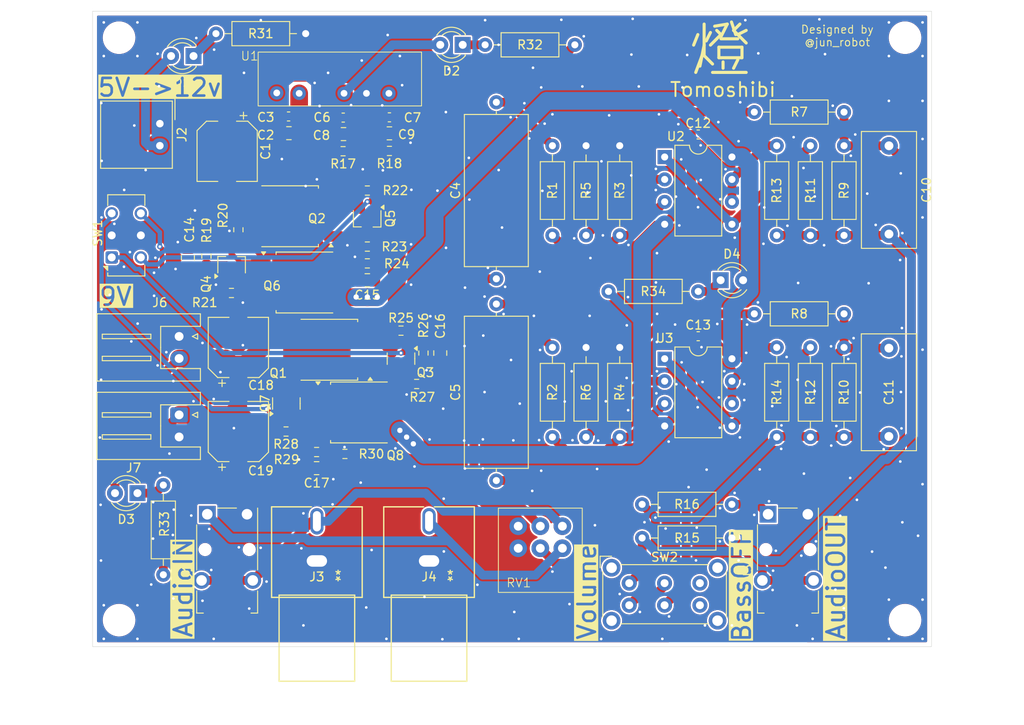
<source format=kicad_pcb>
(kicad_pcb (version 20221018) (generator pcbnew)
  (layers (0 "F.Cu" signal) (31 "B.Cu" signal) (34 "B.Paste" user) (35 "F.Paste" user) (36 "B.SilkS" user "B.Silkscreen") (37 "F.SilkS" user "F.Silkscreen") (38 "B.Mask" user) (39 "F.Mask" user) (44 "Edge.Cuts" user))
  (net 0 "")
  (net 1 "+5V")
  (net 2 "GND")
  (net 3 "Net-(C4-Pad1)")
  (net 4 "Net-(C4-Pad2)")
  (net 5 "Net-(C5-Pad1)")
  (net 6 "Net-(C5-Pad2)")
  (net 7 "+12V")
  (net 8 "-12V")
  (net 9 "Net-(SW2A-B)")
  (net 10 "Net-(SW2A-A)")
  (net 11 "Net-(SW2B-B)")
  (net 12 "Net-(SW2B-A)")
  (net 13 "VCC")
  (net 14 "VEE")
  (net 15 "+9V")
  (net 16 "Net-(Q2-G)")
  (net 17 "Net-(Q5-D)")
  (net 18 "Net-(Q1-G)")
  (net 19 "Net-(Q7-D)")
  (net 20 "-9V")
  (net 21 "Net-(J1-PadR)")
  (net 22 "Net-(J1-PadT)")
  (net 23 "Net-(J5-PadR)")
  (net 24 "Net-(J5-PadT)")
  (net 25 "Net-(Q3-G)")
  (net 26 "Net-(Q4-G)")
  (net 27 "Net-(Q5-G)")
  (net 28 "Net-(Q7-G)")
  (net 29 "Net-(U2A-+)")
  (net 30 "Net-(U3A-+)")
  (net 31 "Net-(U2A--)")
  (net 32 "Net-(U3A--)")
  (net 33 "Net-(U2B-+)")
  (net 34 "Net-(U3B-+)")
  (net 35 "Net-(U2B--)")
  (net 36 "Net-(U3B--)")
  (net 39 "Net-(D1-K)")
  (net 40 "Net-(D2-K)")
  (net 41 "Net-(D3-K)")
  (net 42 "Net-(D4-K)")
  (footprint "Resistor_SMD:R_0603_1608Metric" (layer "F.Cu") (at 31.115 20.32 180)
    (fp_text reference "R22")
    (fp_text value "10K")
  )
  (footprint "LED_THT:LED_D3.0mm" (layer "F.Cu") (at 5.08 54.61 180)
    (fp_text reference "D3")
    (fp_text value "LED")
  )
  (footprint "Resistor_THT:R_Axial_DIN0207_L6.3mm_D2.5mm_P10.16mm_Horizontal" (layer "F.Cu") (at 8.012613 63.854341 90)
    (fp_text reference "R33")
    (fp_text value "10K")
  )
  (footprint "Connector_JST:JST_XH_S2B-XH-A_1x02_P2.50mm_Horizontal" (layer "F.Cu") (at 9.8 36.85 -90)
    (fp_text reference "J6")
    (fp_text value "Conn_01x02_Pin")
  )
  (footprint "Capacitor_THT:C_Axial_L17.0mm_D7.0mm_P20.00mm_Horizontal" (layer "F.Cu") (at 45.72 53.18 90)
    (fp_text reference "C5")
    (fp_text value "2.2u")
  )
  (footprint "Connector_JST:JST_XH_S2B-XH-A_1x02_P2.50mm_Horizontal" (layer "F.Cu") (at 9.8 45.74 -90)
    (fp_text reference "J7")
    (fp_text value "Conn_01x02_Pin")
  )
  (footprint "Capacitor_THT:C_Rect_L13.0mm_W6.0mm_P10.00mm_FKS3_FKP3_MKS4" (layer "F.Cu") (at 90.17 38.18 -90)
    (fp_text reference "C11")
    (fp_text value "0.1u")
  )
  (footprint "MountingHole:MountingHole_3.2mm_M3_ISO14580" (layer "F.Cu") (at 92 3)
    (fp_text reference "REF**" hide)
    (fp_text value "MountingHole_3.2mm_M3_ISO14580")
  )
  (footprint "Package_TO_SOT_SMD:SOT-23" (layer "F.Cu") (at 21.944083 44.45 90)
    (fp_text reference "Q7")
    (fp_text value "NMOS_BSS138")
  )
  (footprint "Capacitor_SMD:C_0603_1608Metric" (layer "F.Cu") (at 33.613876 12.023612)
    (fp_text reference "C7")
    (fp_text value "0.1u")
  )
  (footprint "LED_THT:LED_D3.0mm" (layer "F.Cu") (at 11.43 5.08 180)
    (fp_text reference "D1")
    (fp_text value "LED")
  )
  (footprint "Resistor_THT:R_Axial_DIN0207_L6.3mm_D2.5mm_P10.16mm_Horizontal" (layer "F.Cu") (at 52.07 38.1 -90)
    (fp_text reference "R2")
    (fp_text value "1K")
  )
  (footprint "Resistor_THT:R_Axial_DIN0207_L6.3mm_D2.5mm_P10.16mm_Horizontal" (layer "F.Cu") (at 59.69 15.24 -90)
    (fp_text reference "R3")
    (fp_text value "22K")
  )
  (footprint "Resistor_THT:R_Axial_DIN0207_L6.3mm_D2.5mm_P10.16mm_Horizontal" (layer "F.Cu") (at 52.07 15.24 -90)
    (fp_text reference "R1")
    (fp_text value "1K")
  )
  (footprint "Resistor_SMD:R_0603_1608Metric" (layer "F.Cu") (at 36.696795 42.241208)
    (fp_text reference "R27")
    (fp_text value "10k")
  )
  (footprint "Capacitor_SMD:C_0603_1608Metric" (layer "F.Cu") (at 28.381841 12.054955)
    (fp_text reference "C6")
    (fp_text value "0.1u")
  )
  (footprint "Resistor_THT:R_Axial_DIN0207_L6.3mm_D2.5mm_P10.16mm_Horizontal" (layer "F.Cu") (at 85.09 34.29 180)
    (fp_text reference "R8")
    (fp_text value "10K")
  )
  (footprint "Package_TO_SOT_SMD:TO-252-2" (layer "F.Cu") (at 26.71 38.36 180)
    (fp_text reference "Q1")
    (fp_text value "NMOS_ MTB7D0N6RJ3")
  )
  (footprint "Package_DIP:DIP-8_W7.62mm" (layer "F.Cu") (at 64.78 16.52)
    (fp_text reference "U2")
    (fp_text value "NJM5532")
  )
  (footprint "Resistor_SMD:R_0603_1608Metric" (layer "F.Cu") (at 28.367507 15.864955 180)
    (fp_text reference "R17")
    (fp_text value "10K")
  )
  (footprint "Capacitor_SMD:CP_Elec_6.3x5.7" (layer "F.Cu") (at 15.24 15.875 -90)
    (fp_text reference "C1")
    (fp_text value "100u")
  )
  (footprint "Capacitor_SMD:C_0805_2012Metric" (layer "F.Cu") (at 10.795 27.94 90)
    (fp_text reference "C14")
    (fp_text value "~")
  )
  (footprint "Resistor_THT:R_Axial_DIN0207_L6.3mm_D2.5mm_P10.16mm_Horizontal" (layer "F.Cu") (at 59.69 38.1 -90)
    (fp_text reference "R4")
    (fp_text value "22K")
  )
  (footprint "Resistor_SMD:R_0603_1608Metric" (layer "F.Cu") (at 31.115 28.575)
    (fp_text reference "R24")
    (fp_text value "10k")
  )
  (footprint "Resistor_THT:R_Axial_DIN0207_L6.3mm_D2.5mm_P10.16mm_Horizontal" (layer "F.Cu") (at 81.28 25.4 90)
    (fp_text reference "R11")
    (fp_text value "47")
  )
  (footprint "Package_TO_SOT_SMD:TSOT-23" (layer "F.Cu") (at 15.725148 28.751082 90)
    (fp_text reference "Q4")
    (fp_text value "PMOS_BSS84")
  )
  (footprint "Resistor_SMD:R_0603_1608Metric" (layer "F.Cu") (at 28.575 50.165)
    (fp_text reference "R30")
    (fp_text value "10k")
  )
  (footprint "Resistor_SMD:R_0603_1608Metric" (layer "F.Cu") (at 21.906717 47.625 180)
    (fp_text reference "R28")
    (fp_text value "10K")
  )
  (footprint "Resistor_SMD:R_0603_1608Metric" (layer "F.Cu") (at 34.925 36.195)
    (fp_text reference "R25")
    (fp_text value "10K")
  )
  (footprint "TomoshibiLibrary:Connector_RCJ-042CUD" (layer "F.Cu") (at 25.4 62.294 180)
    (fp_text reference "J3")
    (fp_text value "Connector_RCJ-042")
  )
  (footprint "Resistor_THT:R_Axial_DIN0207_L6.3mm_D2.5mm_P10.16mm_Horizontal" (layer "F.Cu") (at 24.13 2.54 180)
    (fp_text reference "R31")
    (fp_text value "10K")
  )
  (footprint "Capacitor_SMD:CP_Elec_6.3x5.7" (layer "F.Cu") (at 16.51 47.625 90)
    (fp_text reference "C19")
    (fp_text value "100u")
  )
  (footprint "Resistor_THT:R_Axial_DIN0207_L6.3mm_D2.5mm_P10.16mm_Horizontal" (layer "F.Cu") (at 54.61 3.81 180)
    (fp_text reference "R32")
    (fp_text value "10K")
  )
  (footprint "Capacitor_SMD:C_0805_2012Metric" (layer "F.Cu") (at 31.115 30.48 180)
    (fp_text reference "C15")
    (fp_text value "~")
  )
  (footprint "MountingHole:MountingHole_3.2mm_M3_ISO14580" (layer "F.Cu") (at 3 69)
    (fp_text reference "REF**" hide)
    (fp_text value "MountingHole_3.2mm_M3_ISO14580")
  )
  (footprint "TomoshibiLibrary:DCDC_MAUseries" (layer "F.Cu") (at 18.7525 4.6325)
    (fp_text reference "U1")
    (fp_text value "MAU108")
  )
  (footprint "Connector_Audio:Jack_3.5mm_Switronic_ST-005-G_horizontal" (layer "F.Cu") (at 78.74 63.5 90)
    (fp_text reference "J5")
    (fp_text value "AudioJack3")
  )
  (footprint "TomoshibiLibrary:VR_ALPS9-dual" (layer "F.Cu") (at 55.45 65.855 -90)
    (fp_text reference "RV1")
    (fp_text value "R_Potentiometer_Dual")
  )
  (footprint "Capacitor_SMD:C_0805_2012Metric" (layer "F.Cu") (at 28.414443 13.925586)
    (fp_text reference "C8")
    (fp_text value "10u")
  )
  (footprint "MountingHole:MountingHole_3.2mm_M3_ISO14580" (layer "F.Cu") (at 92 69)
    (fp_text reference "REF**" hide)
    (fp_text value "MountingHole_3.2mm_M3_ISO14580")
  )
  (footprint "Resistor_THT:R_Axial_DIN0207_L6.3mm_D2.5mm_P10.16mm_Horizontal" (layer "F.Cu") (at 85.09 25.4 90)
    (fp_text reference "R9")
    (fp_text value "27K")
  )
  (footprint "Capacitor_SMD:CP_Elec_6.3x5.7" (layer "F.Cu") (at 16.51 38.1 90)
    (fp_text reference "C18")
    (fp_text value "100u")
  )
  (footprint "Capacitor_SMD:C_0603_1608Metric" (layer "F.Cu") (at 68.58 13.97 180)
    (fp_text reference "C12")
    (fp_text value "0.1u")
  )
  (footprint "Capacitor_SMD:C_0805_2012Metric" (layer "F.Cu") (at 25.368306 51.779805 180)
    (fp_text reference "C17")
    (fp_text value "~")
  )
  (footprint "Button_Switch_THT:SW_CK_JS202011CQN_DPDT_Straight" (layer "F.Cu") (at 2.1675 27.9 90)
    (fp_text reference "SW1")
    (fp_text value "SW_DPDT_x2")
  )
  (footprint "Capacitor_SMD:C_0603_1608Metric" (layer "F.Cu") (at 68.58 36.83 180)
    (fp_text reference "C13")
    (fp_text value "0.1u")
  )
  (footprint "Capacitor_SMD:C_0805_2012Metric" (layer "F.Cu") (at 22.233454 13.820195)
    (fp_text reference "C2")
    (fp_text value "10u")
  )
  (footprint "Connector_Molex:Molex_SPOX_5268-02A_1x02_P2.50mm_Horizontal" (layer "F.Cu") (at 7.62 12.74 -90)
    (fp_text reference "J2")
    (fp_text value "Conn_01x02_Pin")
  )
  (footprint "LED_THT:LED_D3.0mm" (layer "F.Cu") (at 41.91 3.81 180)
    (fp_text reference "D2")
    (fp_text value "LED")
  )
  (footprint "Resistor_SMD:R_0603_1608Metric" (layer "F.Cu") (at 12.89 27.75 -90)
    (fp_text reference "R19")
    (fp_text value "100K")
  )
  (footprint "Capacitor_THT:C_Rect_L13.0mm_W6.0mm_P10.00mm_FKS3_FKP3_MKS4" (layer "F.Cu") (at 90.18 15.25 -90)
    (fp_text reference "C10")
    (fp_text value "0.1u")
  )
  (footprint "Package_TO_SOT_SMD:SOT-23" (layer "F.Cu") (at 34.925 39.37 -90)
    (fp_text reference "Q3")
    (fp_text value "NMOS_BSS138")
  )
  (footprint "Resistor_SMD:R_0603_1608Metric" (layer "F.Cu") (at 33.613876 15.833612 180)
    (fp_text reference "R18")
    (fp_text value "10K")
  )
  (footprint "Package_TO_SOT_SMD:TO-252-2" (layer "F.Cu") (at 24.09 30.74)
    (fp_text reference "Q2")
    (fp_text value "PMOS_MTP4835I3")
  )
  (footprint "Resistor_SMD:R_0603_1608Metric" (layer "F.Cu") (at 15.725148 31.926082)
    (fp_text reference "R21")
    (fp_text value "10K")
  )
  (footprint "Resistor_THT:R_Axial_DIN0207_L6.3mm_D2.5mm_P10.16mm_Horizontal" (layer "F.Cu") (at 55.88 38.1 -90)
    (fp_text reference "R6")
    (fp_text value "2.2K")
  )
  (footprint "Package_TO_SOT_SMD:TO-252-2" (layer "F.Cu") (at 22.265 23.235 180)
    (fp_text reference "Q6")
    (fp_text value "PMOS_MTP4835I3")
  )
  (footprint "Resistor_THT:R_Axial_DIN0207_L6.3mm_D2.5mm_P10.16mm_Horizontal" (layer "F.Cu") (at 81.28 48.26 90)
    (fp_text reference "R12")
    (fp_text value "47")
  )
  (footprint "Resistor_THT:R_Axial_DIN0207_L6.3mm_D2.5mm_P10.16mm_Horizontal" (layer "F.Cu") (at 85.09 48.26 90)
    (fp_text reference "R10")
    (fp_text value "27K")
  )
  (footprint "Package_DIP:DIP-8_W7.62mm" (layer "F.Cu") (at 64.78 39.38)
    (fp_text reference "U3")
    (fp_text value "NJM5532")
  )
  (footprint "TomoshibiLibrary:Connector_RCJ-042CUD" (layer "F.Cu") (at 38.1 62.294 180)
    (fp_text reference "J4")
    (fp_text value "Connector_RCJ-042")
  )
  (footprint "Resistor_THT:R_Axial_DIN0207_L6.3mm_D2.5mm_P10.16mm_Horizontal" (layer "F.Cu") (at 85.09 11.43 180)
    (fp_text reference "R7")
    (fp_text value "10K")
  )
  (footprint "Resistor_THT:R_Axial_DIN0207_L6.3mm_D2.5mm_P10.16mm_Horizontal" (layer "F.Cu") (at 72.39 59.69 180)
    (fp_text reference "R15")
    (fp_text value "22")
  )
  (footprint "Package_TO_SOT_SMD:TSOT-23" (layer "F.Cu") (at 31.115 23.495 -90)
    (fp_text reference "Q5")
    (fp_text value "PMOS_BSS84")
  )
  (footprint "Capacitor_SMD:C_0603_1608Metric" (layer "F.Cu") (at 22.195325 11.926931)
    (fp_text reference "C3")
    (fp_text value "0.1u")
  )
  (footprint "Connector_Audio:Jack_3.5mm_Switronic_ST-005-G_horizontal" (layer "F.Cu") (at 15.24 63.5 90)
    (fp_text reference "J1")
    (fp_text value "AudioJack3")
  )
  (footprint "Resistor_THT:R_Axial_DIN0207_L6.3mm_D2.5mm_P10.16mm_Horizontal" (layer "F.Cu") (at 77.47 25.4 90)
    (fp_text reference "R13")
    (fp_text value "47")
  )
  (footprint "Resistor_THT:R_Axial_DIN0207_L6.3mm_D2.5mm_P10.16mm_Horizontal" (layer "F.Cu") (at 55.88 15.24 -90)
    (fp_text reference "R5")
    (fp_text value "2.2K")
  )
  (footprint "Resistor_THT:R_Axial_DIN0207_L6.3mm_D2.5mm_P10.16mm_Horizontal" (layer "F.Cu") (at 58.42 31.75)
    (fp_text reference "R34")
    (fp_text value "10K")
  )
  (footprint "Resistor_SMD:R_0603_1608Metric" (layer "F.Cu") (at 25.368306 49.952335)
    (fp_text reference "R29")
    (fp_text value "100K")
  )
  (footprint "Capacitor_THT:C_Axial_L17.0mm_D7.0mm_P20.00mm_Horizontal" (layer "F.Cu") (at 45.72 30.32 90)
    (fp_text reference "C4")
    (fp_text value "2.2u")
  )
  (footprint "Resistor_THT:R_Axial_DIN0207_L6.3mm_D2.5mm_P10.16mm_Horizontal" (layer "F.Cu") (at 72.39 55.88 180)
    (fp_text reference "R16")
    (fp_text value "22")
  )
  (footprint "Resistor_SMD:R_0603_1608Metric" (layer "F.Cu") (at 37.465 38.735 -90)
    (fp_text reference "R26")
    (fp_text value "100K")
  )
  (footprint "Resistor_THT:R_Axial_DIN0207_L6.3mm_D2.5mm_P10.16mm_Horizontal" (layer "F.Cu") (at 77.47 48.26 90)
    (fp_text reference "R14")
    (fp_text value "47")
  )
  (footprint "Resistor_SMD:R_0603_1608Metric" (layer "F.Cu") (at 31.115 26.67)
    (fp_text reference "R23")
    (fp_text value "100K")
  )
  (footprint "Capacitor_SMD:C_0805_2012Metric" (layer "F.Cu") (at 33.613876 13.83958)
    (fp_text reference "C9")
    (fp_text value "10u")
  )
  (footprint "MountingHole:MountingHole_3.2mm_M3_ISO14580" (layer "F.Cu") (at 3 3)
    (fp_text reference "REF**" hide)
    (fp_text value "MountingHole_3.2mm_M3_ISO14580")
  )
  (footprint "Button_Switch_THT:SW_E-Switch_EG2219_DPDT_Angled" (layer "F.Cu") (at 60.77 64.81)
    (fp_text reference "SW2")
    (fp_text value "SW_DPDT_x2")
  )
  (footprint "Resistor_SMD:R_0603_1608Metric" (layer "F.Cu") (at 16.51 24.765 -90)
    (fp_text reference "R20")
    (fp_text value "10k")
  )
  (footprint "Capacitor_SMD:C_0805_2012Metric" (layer "F.Cu") (at 39.37 38.735 90)
    (fp_text reference "C16")
    (fp_text value "~")
  )
  (footprint "LED_THT:LED_D3.0mm" (layer "F.Cu") (at 71.12 30.48)
    (fp_text reference "D4")
    (fp_text value "LED")
  )
  (footprint "Package_TO_SOT_SMD:TO-252-2" (layer "F.Cu") (at 30.26 45.465)
    (fp_text reference "Q8")
    (fp_text value "NMOS_ MTB7D0N6RJ3")
  )
  (gr_rect (start 0 0) (end 95 72) (stroke (width 0.05)) (fill none) (layer "Edge.Cuts"))
  (gr_text "AudioIN" (at 11.43 71.12 90) (layer "F.SilkS" knockout) (effects (font (size 2 2) (thickness 0.3)) (justify left bottom)))
  (gr_text "Designed by\n@jun_robot" (at 84.328 2.794) (layer "F.SilkS") (effects (font (size 0.9 0.9) (thickness 0.11))))
  (gr_text "Volume" (at 57.15 71.374 90) (layer "F.SilkS" knockout) (effects (font (size 2 2) (thickness 0.3)) (justify left bottom)))
  (gr_text "5V->12v" (at 0.447356 9.816528) (layer "F.SilkS" knockout) (effects (font (size 2 2) (thickness 0.3)) (justify left bottom)))
  (gr_text "BassOFF\n" (at 74.676 71.628 90) (layer "F.SilkS" knockout) (effects (font (size 2 2) (thickness 0.3)) (justify left bottom)))
  (gr_text "燈" (at 71.274 4.64) (layer "F.SilkS") (effects (font (size 5 5) (thickness 0.35))))
  (gr_text "AudioOUT" (at 85.344 71.374 90) (layer "F.SilkS" knockout) (effects (font (size 2 2) (thickness 0.3)) (justify left bottom)))
  (gr_text "Tomoshibi" (at 71.374 8.89) (layer "F.SilkS") (effects (font (size 1.6 1.6) (thickness 0.21))))
  (gr_text "9V" (at 0.600005 33.510871) (layer "F.SilkS" knockout) (effects (font (size 2 2) (thickness 0.3)) (justify left bottom)))
  (segment (start 8.89 5.08) (end 5.995 7.975) (width 1) (layer "B.Cu") (net 1))
  (segment (start 5.995 14.885) (end 6.35 15.24) (width 1) (layer "B.Cu") (net 1))
  (segment (start 6.35 15.24) (end 7.62 15.24) (width 1) (layer "B.Cu") (net 1))
  (segment (start 5.995 7.975) (end 5.995 14.885) (width 1) (layer "B.Cu") (net 1))
  (segment (start 21.434687 16.749843) (end 21.136344 16.749843) (width 2) (layer "F.Cu") (net 2))
  (segment (start 21.434687 16.4515) (end 21.434687 16.749843) (width 2) (layer "F.Cu") (net 2))
  (segment (start 11.25 35.4) (end 9.8 36.85) (width 2) (layer "F.Cu") (net 2))
  (segment (start 29.706841 12.054955) (end 29.742507 12.090621) (width 2) (layer "F.Cu") (net 2))
  (segment (start 6.00933 17.997829) (end 5.297829 17.997829) (width 2) (layer "F.Cu") (net 2))
  (segment (start 21.136344 16.749843) (end 19.311187 18.575) (width 2) (layer "F.Cu") (net 2))
  (segment (start 29.76763 6.985) (end 26.67 6.985) (width 2) (layer "F.Cu") (net 2))
  (segment (start 16.51 56.02) (end 17.49 57) (width 2) (layer "F.Cu") (net 2))
  (segment (start 31.0125 9.3075) (end 31.0125 10.749296) (width 2) (layer "F.Cu") (net 2))
  (segment (start 23.3925 13.611149) (end 23.183454 13.820195) (width 2) (layer "F.Cu") (net 2))
  (segment (start 7.74 20.44) (end 5.875 18.575) (width 2) (layer "F.Cu") (net 2))
  (segment (start 9.8 48.24) (end 14.425 48.24) (width 2) (layer "F.Cu") (net 2))
  (segment (start 26.67 6.985) (end 17.145 6.985) (width 2) (layer "F.Cu") (net 2))
  (segment (start 16.51 50.325) (end 16.51 56.02) (width 2) (layer "F.Cu") (net 2))
  (segment (start 31.0125 9.3075) (end 31.0125 8.22987) (width 2) (layer "F.Cu") (net 2))
  (segment (start 17.145 6.985) (end 13.375 6.985) (width 2) (layer "F.Cu") (net 2))
  (segment (start 7.74 24.489949) (end 7.74 20.44) (width 2) (layer "F.Cu") (net 2))
  (segment (start 31.0125 8.22987) (end 29.76763 6.985) (width 2) (layer "F.Cu") (net 2))
  (segment (start 16.51 19.845) (end 15.24 18.575) (width 2) (layer "F.Cu") (net 2))
  (segment (start 5.875 18.575) (end 6.00933 18.70933) (width 2) (layer "F.Cu") (net 2))
  (segment (start 14.425 48.24) (end 16.51 50.325) (width 2) (layer "F.Cu") (net 2))
  (segment (start 5.4675 25.44) (end 2.1675 25.44) (width 2) (layer "F.Cu") (net 2))
  (segment (start 6.829949 25.4) (end 7.74 24.489949) (width 2) (layer "F.Cu") (net 2))
  (segment (start 5.297829 17.997829) (end 5.08 17.78) (width 2) (layer "F.Cu") (net 2))
  (segment (start 5.84 25.4) (end 6.829949 25.4) (width 2) (layer "F.Cu") (net 2))
  (segment (start 4.725382 12.950585) (end 6.484415 12.950585) (width 2) (layer "F.Cu") (net 2))
  (segment (start 31.0125 10.749296) (end 32.238876 11.975672) (width 2) (layer "F.Cu") (net 2))
  (segment (start 5.08 17.78) (end 5.08 14.355) (width 2) (layer "F.Cu") (net 2))
  (segment (start 19.311187 18.575) (end 15.24 18.575) (width 2) (layer "F.Cu") (net 2))
  (segment (start 5.08 14.355) (end 4.725382 14.709618) (width 2) (layer "F.Cu") (net 2))
  (segment (start 55.88 15.24) (end 59.69 15.24) (width 1) (layer "F.Cu") (net 2))
  (segment (start 23.183454 13.820195) (end 23.183454 14.702733) (width 2) (layer "F.Cu") (net 2))
  (segment (start 6.695 12.74) (end 7.62 12.74) (width 2) (layer "F.Cu") (net 2))
  (segment (start 16.51 23.94) (end 16.51 19.845) (width 2) (layer "F.Cu") (net 2))
  (segment (start 23.183454 14.702733) (end 21.434687 16.4515) (width 2) (layer "F.Cu") (net 2))
  (segment (start 6.00933 18.70933) (end 6.00933 17.997829) (width 2) (layer "F.Cu") (net 2))
  (segment (start 23.3925 9.3075) (end 23.3925 13.611149) (width 2) (layer "F.Cu") (net 2))
  (segment (start 15.24 18.575) (end 5.875 18.575) (width 2) (layer "F.Cu") (net 2))
  (segment (start 31.0125 10.749296) (end 29.706841 12.054955) (width 2) (layer "F.Cu") (net 2))
  (segment (start 16.51 35.4) (end 11.25 35.4) (width 2) (layer "F.Cu") (net 2))
  (segment (start 29.742507 12.090621) (end 29.742507 15.864955) (width 2) (layer "F.Cu") (net 2))
  (segment (start 59.69 38.1) (end 55.88 38.1) (width 1) (layer "F.Cu") (net 2))
  (segment (start 13.375 6.985) (end 7.62 12.74) (width 2) (layer "F.Cu") (net 2))
  (segment (start 32.238876 11.975672) (end 32.238876 15.833612) (width 2) (layer "F.Cu") (net 2))
  (segment (start 4.725382 14.709618) (end 4.725382 12.950585) (width 2) (layer "F.Cu") (net 2))
  (segment (start 6.484415 12.950585) (end 6.695 12.74) (width 2) (layer "F.Cu") (net 2))
  (via (at 36.068 30.988) (size 0.6) (drill 0.3) (layers "F.Cu" "B.Cu") (net 2))
  (via (at 34.29 49.53) (size 0.6) (drill 0.3) (layers "F.Cu" "B.Cu") (net 2))
  (via (at 49.784 54.356) (size 0.6) (drill 0.3) (layers "F.Cu" "B.Cu") (net 2))
  (via (at 23.876 69.596) (size 0.6) (drill 0.3) (layers "F.Cu" "B.Cu") (net 2))
  (via (at 77.975193 49.590956) (size 0.6) (drill 0.3) (layers "F.Cu" "B.Cu") (net 2))
  (via (at 58.118894 44.204775) (size 0.6) (drill 0.3) (layers "F.Cu" "B.Cu") (net 2))
  (via (at 73.300028 48.290557) (size 0.6) (drill 0.3) (layers "F.Cu" "B.Cu") (net 2))
  (via (at 13.43867 63.317052) (size 0.6) (drill 0.3) (layers "F.Cu" "B.Cu") (net 2))
  (via (at 78.680416 24.31101) (size 0.6) (drill 0.3) (layers "F.Cu" "B.Cu") (net 2))
  (via (at 23.876 56.896) (size 0.6) (drill 0.3) (layers "F.Cu" "B.Cu") (net 2))
  (via (at 63.908709 27.417219) (size 0.6) (drill 0.3) (layers "F.Cu" "B.Cu") (net 2))
  (via (at 49.97242 34.51629) (size 0.6) (drill 0.3) (layers "F.Cu" "B.Cu") (net 2))
  (via (at 28.529319 49.389484) (size 0.6) (drill 0.3) (layers "F.Cu" "B.Cu") (net 2))
  (via (at 11.593645 22.580276) (size 0.6) (drill 0.3) (layers "F.Cu" "B.Cu") (net 2))
  (via (at 68.560703 22.209321) (size 0.6) (drill 0.3) (layers "F.Cu" "B.Cu") (net 2))
  (via (at 1.27 67.31) (size 0.6) (drill 0.3) (layers "F.Cu" "B.Cu") (net 2))
  (via (at 17.145 6.985) (size 0.6) (drill 0.3) (layers "F.Cu" "B.Cu") (net 2))
  (via (at 45.984623 17.997051) (size 0.6) (drill 0.3) (layers "F.Cu" "B.Cu") (net 2))
  (via (at 40.005 11.43) (size 0.6) (drill 0.3) (layers "F.Cu" "B.Cu") (net 2))
  (via (at 17.018 33.02) (size 0.6) (drill 0.3) (layers "F.Cu" "B.Cu") (net 2))
  (via (at 9.398 29.21) (size 0.6) (drill 0.3) (layers "F.Cu" "B.Cu") (net 2))
  (via (at 0.984223 10.404826) (size 0.6) (drill 0.3) (layers "F.Cu" "B.Cu") (net 2))
  (via (at 68.326 62.23) (size 0.6) (drill 0.3) (layers "F.Cu" "B.Cu") (net 2))
  (via (at 21.434687 16.749843) (size 0.6) (drill 0.3) (layers "F.Cu" "B.Cu") (net 2))
  (via (at 61.15991 0.866295) (size 0.6) (drill 0.3) (layers "F.Cu" "B.Cu") (net 2))
  (via (at 13.97 30.988) (size 0.6) (drill 0.3) (layers "F.Cu" "B.Cu") (net 2))
  (via (at 44.45 1.016) (size 0.6) (drill 0.3) (layers "F.Cu" "B.Cu") (net 2))
  (via (at 39.757568 55.238433) (size 0.6) (drill 0.3) (layers "F.Cu" "B.Cu") (net 2))
  (via (at 32.796398 10.674248) (size 0.6) (drill 0.3) (layers "F.Cu" "B.Cu") (net 2))
  (via (at 88.265097 61.235236) (size 0.6) (drill 0.3) (layers "F.Cu" "B.Cu") (net 2))
  (via (at 50.8 52.07) (size 0.6) (drill 0.3) (layers "F.Cu" "B.Cu") (net 2))
  (via (at 76.061939 22.235388) (size 0.6) (drill 0.3) (layers "F.Cu" "B.Cu") (net 2))
  (via (at 5.08 71.12) (size 0.6) (drill 0.3) (layers "F.Cu" "B.Cu") (net 2))
  (via (at 52.07 63.5) (size 0.6) (drill 0.3) (layers "F.Cu" "B.Cu") (net 2))
  (via (at 7.366 4.826) (size 0.6) (drill 0.3) (layers "F.Cu" "B.Cu") (net 2))
  (via (at 86.173851 37.045176) (size 0.6) (drill 0.3) (layers "F.Cu" "B.Cu") (net 2))
  (via (at 93.98 38.354) (size 0.6) (drill 0.3) (layers "F.Cu" "B.Cu") (net 2))
  (via (at 62.493844 57.902504) (size 0.6) (drill 0.3) (layers "F.Cu" "B.Cu") (net 2))
  (via (at 79.756 69.596) (size 0.6) (drill 0.3) (layers "F.Cu" "B.Cu") (net 2))
  (via (at 42.117355 37.938365) (size 0.6) (drill 0.3) (layers "F.Cu" "B.Cu") (net 2))
  (via (at 65.960546 35.506279) (size 0.6) (drill 0.3) (layers "F.Cu" "B.Cu") (net 2))
  (via (at 57.589297 71.135495) (size 0.6) (drill 0.3) (layers "F.Cu" "B.Cu") (net 2))
  (via (at 46.539263 34.312628) (size 0.6) (drill 0.3) (layers "F.Cu" "B.Cu") (net 2))
  (via (at 54.003325 67.179727) (size 0.6) (drill 0.3) (layers "F.Cu" "B.Cu") (net 2))
  (via (at 0.954413 62.244712) (size 0.6) (drill 0.3) (layers "F.Cu" "B.Cu") (net 2))
  (via (at 49.870666 6.409559) (size 0.6) (drill 0.3) (layers "F.Cu" "B.Cu") (net 2))
  (via (at 74.012857 38.709916) (size 0.6) (drill 0.3) (layers "F.Cu" "B.Cu") (net 2))
  (via (at 93.98 1.27) (size 0.6) (drill 0.3) (layers "F.Cu" "B.Cu") (net 2))
  (via (at 1.27 1.27) (size 0.6) (drill 0.3) (layers "F.Cu" "B.Cu") (net 2))
  (via (at 9.198156 56.477515) (size 0.6) (drill 0.3) (layers "F.Cu" "B.Cu") (net 2))
  (via (at 70.922411 43.767104) (size 0.6) (drill 0.3) (layers "F.Cu" "B.Cu") (net 2))
  (via (at 48.894642 10.428755) (size 0.6) (drill 0.3) (layers "F.Cu" "B.Cu") (net 2))
  (via (at 85.863679 16.374902) (size 0.6) (drill 0.3) (layers "F.Cu" "B.Cu") (net 2))
  (via (at 69.342 69.596) (size 0.6) (drill 0.3) (layers "F.Cu" "B.Cu") (net 2))
  (via (at 51.189894 12.742757) (size 0.6) (drill 0.3) (layers "F.Cu" "B.Cu") (net 2))
  (via (at 13.716 71.12) (size 0.6) (drill 0.3) (layers "F.Cu" "B.Cu") (net 2))
  (via (at 12.446 37.592) (size 0.6) (drill 0.3) (layers "F.Cu" "B.Cu") (net 2))
  (via (at 5.08 1.27) (size 0.6) (drill 0.3) (layers "F.Cu" "B.Cu") (net 2))
  (via (at 63.784336 17.864701) (size 0.6) (drill 0.3) (layers "F.Cu" "B.Cu") (net 2))
  (via (at 71.076458 21.303315) (size 0.6) (drill 0.3) (layers "F.Cu" "B.Cu") (net 2))
  (via (at 54.538421 25.736202) (size 0.6) (drill 0.3) (layers "F.Cu" "B.Cu") (net 2))
  (via (at 75.340269 32.996072) (size 0.6) (drill 0.3) (layers "F.Cu" "B.Cu") (net 2))
  (via (at 50.564194 48.597498) (size 0.6) (drill 0.3) (layers "F.Cu" "B.Cu") (net 2))
  (via (at 89.780124 63.0499) (size 0.6) (drill 0.3) (layers "F.Cu" "B.Cu") (net 2))
  (via (at 65.278 68.58) (size 0.6) (drill 0.3) (layers "F.Cu" "B.Cu") (net 2))
  (via (at 1.27 5.08) (size 0.6) (drill 0.3) (layers "F.Cu" "B.Cu") (net 2))
  (via (at 59.69 66.04) (size 0.6) (drill 0.3) (layers "F.Cu" "B.Cu") (net 2))
  (via (at 66.100247 42.262894) (size 0.6) (drill 0.3) (layers "F.Cu" "B.Cu") (net 2))
  (via (at 76.594244 55.526978) (size 0.6) (drill 0.3) (layers "F.Cu" "B.Cu") (net 2))
  (via (at 7.62 52.324) (size 0.6) (drill 0.3) (layers "F.Cu" "B.Cu") (net 2))
  (via (at 55.459191 8.527084) (size 0.6) (drill 0.3) (layers "F.Cu" "B.Cu") (net 2))
  (via (at 73.791599 42.260932) (size 0.6) (drill 0.3) (layers "F.Cu" "B.Cu") (net 2))
  (via (at 1.27 71.12) (size 0.6) (drill 0.3) (layers "F.Cu" "B.Cu") (net 2))
  (via (at 50.670689 38.385865) (size 0.6) (drill 0.3) (layers "F.Cu" "B.Cu") (net 2))
  (via (at 83.641515 49.222586) (size 0.6) (drill 0.3) (layers "F.Cu" "B.Cu") (net 2))
  (via (at 33.416777 2.697669) (size 0.6) (drill 0.3) (layers "F.Cu" "B.Cu") (net 2))
  (via (at 73.152 62.23) (size 0.6) (drill 0.3) (layers "F.Cu" "B.Cu") (net 2))
  (via (at 53.079525 0.972967) (size 0.6) (drill 0.3) (layers "F.Cu" "B.Cu") (net 2))
  (via (at 36.068 26.416) (size 0.6) (drill 0.3) (layers "F.Cu" "B.Cu") (net 2))
  (via (at 90.17 10.16) (size 0.6) (drill 0.3) (layers "F.Cu" "B.Cu") (net 2))
  (via (at 48.26 71.12) (size 0.6) (drill 0.3) (layers "F.Cu" "B.Cu") (net 2))
  (via (at 43.576042 64.990022) (size 0.6) (drill 0.3) (layers "F.Cu" "B.Cu") (net 2))
  (via (at 68.522304 44.873776) (size 0.6) (drill 0.3) (layers "F.Cu" "B.Cu") (net 2))
  (via (at 23.368 50.8) (size 0.6) (drill 0.3) (layers "F.Cu" "B.Cu") (net 2))
  (via (at 73.152 14.732) (size 0.6) (drill 0.3) (layers "F.Cu" "B.Cu") (net 2))
  (via (at 64.135 11.684) (size 0.6) (drill 0.3) (layers "F.Cu" "B.Cu") (net 2))
  (via (at 27.260687 53.025858) (size 0.6) (drill 0.3) (layers "F.Cu" "B.Cu") (net 2))
  (via (at 44.386266 32.334198) (size 0.6) (drill 0.3) (layers "F.Cu" "B.Cu") (net 2))
  (via (at 91.592664 39.105729) (size 0.6) (drill 0.3) (layers "F.Cu" "B.Cu") (net 2))
  (via (at 66.702768 39.784077) (size 0.6) (drill 0.3) (layers "F.Cu" "B.Cu") (net 2))
  (via (at 86.549428 55.366431) (size 0.6) (drill 0.3) (layers "F.Cu" "B.Cu") (net 2))
  (via (at 9.144 41.91) (size 0.6) (drill 0.3) (layers "F.Cu" "B.Cu") (net 2))
  (via (at 90.17 66.675) (size 0.6) (drill 0.3) (layers "F.Cu" "B.Cu") (net 2))
  (via (at 81.909443 60.066676) (size 0.6) (drill 0.3) (layers "F.Cu" "B.Cu") (net 2))
  (via (at 63.843828 43.295579) (size 0.6) (drill 0.3) (layers "F.Cu" "B.Cu") (net 2))
  (via (at 25.704866 10.738749) (size 0.6) (drill 0.3) (layers "F.Cu" "B.Cu") (net 2))
  (via (at 7.52099 8.497572) (size 0.6) (drill 0.3) (layers "F.Cu" "B.Cu") (net 2))
  (via (at 81.777882 20.990015) (size 0.6) (drill 0.3) (layers "F.Cu" "B.Cu") (net 2))
  (via (at 79.184322 9.626366) (size 0.6) (drill 0.3) (layers "F.Cu" "B.Cu") (net 2))
  (via (at 93.98 10.16) (size 0.6) (drill 0.3) (layers "F.Cu" "B.Cu") (net 2))
  (via (at 77.003924 65.584719) (size 0.6) (drill 0.3) (layers "F.Cu" "B.Cu") (net 2))
  (via (at 84.217673 47.001143) (size 0.6) (drill 0.3) (layers "F.Cu" "B.Cu") (net 2))
  (via (at 44.386266 43.157371) (size 0.6) (drill 0.3) (layers "F.Cu" "B.Cu") (net 2))
  (via (at 36.454355 51.592264) (size 0.6) (drill 0.3) (layers "F.Cu" "B.Cu") (net 2))
  (via (at 70.859719 12.564384) (size 0.6) (drill 0.3) (layers "F.Cu" "B.Cu") (net 2))
  (via (at 54.249319 40.800713) (size 0.6) (drill 0.3) (layers "F.Cu" "B.Cu") (net 2))
  (via (at 56.051337 20.528277) (size 0.6) (drill 0.3) (layers "F.Cu" "B.Cu") (net 2))
  (via (at 50.641594 29.512027) (size 0.6) (drill 0.3) (layers "F.Cu" "B.Cu") (net 2))
  (via (at 93.472 59.436) (size 0.6) (drill 0.3) (layers "F.Cu" "B.Cu") (net 2))
  (via (at 74.924738 57.072817) (size 0.6) (drill 0.3) (layers "F.Cu" "B.Cu") (net 2))
  (via (at 71.021871 47.193667) (size 0.6) (drill 0.3) (layers "F.Cu" "B.Cu") (net 2))
  (via (at 4.228791 27.29447) (size 0.6) (drill 0.3) (layers "F.Cu" "B.Cu") (net 2))
  (via (at 6.96055 29.63645) (size 0.6) (drill 0.3) (layers "F.Cu" "B.Cu") (net 2))
  (via (at 53.463766 44.23387) (size 0.6) (drill 0.3) (layers "F.Cu" "B.Cu") (net 2))
  (via (at 57.247467 48.659617) (size 0.6) (drill 0.3) (layers "F.Cu" "B.Cu") (net 2))
  (via (at 61.852495 8.527084) (size 0.6) (drill 0.3) (layers "F.Cu" "B.Cu") (net 2))
  (via (at 56.885568 58.245867) (size 0.6) (drill 0.3) (layers "F.Cu" "B.Cu") (net 2))
  (via (at 56.285937 34.51629) (size 0.6) (drill 0.3) (layers "F.Cu" "B.Cu") (net 2))
  (via (at 73.334454 10.321656) (size 0.6) (drill 0.3) (layers "F.Cu" "B.Cu") (net 2))
  (via (at 46.362852 24.514231) (size 0.6) (drill 0.3) (layers "F.Cu" "B.Cu") (net 2))
  (via (at 86.36 13.97) (size 0.6) (drill 0.3) (layers "F.Cu" "B.Cu") (net 2))
  (via (at 19.700165 64.629526) (size 0.6) (drill 0.3) (layers "F.Cu" "B.Cu") (net 2))
  (via (at 44.240793 36.75657) (size 0.6) (drill 0.3) (layers "F.Cu" "B.Cu") (net 2))
  (via (at 79.893856 30.793336) (size 0.6) (drill 0.3) (layers "F.Cu" "B.Cu") (net 2))
  (via (at 40.326978 6.565203) (size 0.6) (drill 0.3) (layers "F.Cu" "B.Cu") (net 2))
  (via (at 1.016 33.782) (size 0.6) (drill 0.3) (layers "F.Cu" "B.Cu") (net 2))
  (via (at 2.46463 24.095061) (size 0.6) (drill 0.3) (layers "F.Cu" "B.Cu") (net 2))
  (via (at 11.176 57.15) (size 0.6) (drill 0.3) (layers "F.Cu" "B.Cu") (net 2))
  (via (at 47.644856 48.627147) (size 0.6) (drill 0.3) (layers "F.Cu" "B.Cu") (net 2))
  (via (at 72.699901 54.589783) (size 0.6) (drill 0.3) (layers "F.Cu" "B.Cu") (net 2))
  (via (at 24.13 19.812) (size 0.6) (drill 0.3) (layers "F.Cu" "B.Cu") (net 2))
  (via (at 39.776977 61.218687) (size 0.6) (drill 0.3) (layers "F.Cu" "B.Cu") (net 2))
  (via (at 50.930696 20.35371) (size 0.6) (drill 0.3) (layers "F.Cu" "B.Cu") (net 2))
  (via (at 42.667844 21.342925) (size 0.6) (drill 0.3) (layers "F.Cu" "B.Cu") (net 2))
  (via (at 60.642472 45.211215) (size 0.6) (drill 0.3) (layers "F.Cu" "B.Cu") (net 2))
  (via (at 63.792331 30.733998) (size 0.6) (drill 0.3) (layers "F.Cu" "B.Cu") (net 2))
  (via (at 6.639146 64.962291) (size 0.6) (drill 0.3) (layers "F.Cu" "B.Cu") (net 2))
  (via (at 36.005051 14.904424) (size 0.6) (drill 0.3) (layers "F.Cu" "B.Cu") (net 2))
  (via (at 38.158599 48.526342) (size 0.6) (drill 0.3) (layers "F.Cu" "B.Cu") (net 2))
  (via (at 50.8 8.636) (size 0.6) (drill 0.3) (layers "F.Cu" "B.Cu") (net 2))
  (via (at 57.128537 51.866604) (size 0.6) (drill 0.3) (layers "F.Cu" "B.Cu") (net 2))
  (via (at 0.826313 48.304001) (size 0.6) (drill 0.3) (layers "F.Cu" "B.Cu") (net 2))
  (via (at 75.966142 26.354699) (size 0.6) (drill 0.3) (layers "F.Cu" "B.Cu") (net 2))
  (via (at 85.786833 52.888746) (size 0.6) (drill 0.3) (layers "F.Cu" "B.Cu") (net 2))
  (via (at 78.587915 39.178461) (size 0.6) (drill 0.3) (layers "F.Cu" "B.Cu") (net 2))
  (via (at 66.802 8.636) (size 0.6) (drill 0.3) (layers "F.Cu" "B.Cu") (net 2))
  (via (at 85.067954 67.657633) (size 0.6) (drill 0.3) (layers "F.Cu" "B.Cu") (net 2))
  (via (at 65.23271 48.769319) (size 0.6) (drill 0.3) (layers "F.Cu" "B.Cu") (net 2))
  (via (at 67.488665 53.928993) (size 0.6) (drill 0.3) (layers "F.Cu" "B.Cu") (net 2))
  (via (at 31.596508 61.052304) (size 0.6) (drill 0.3) (layers "F.Cu" "B.Cu") (net 2))
  (via (at 91.460581 51.027744) (size 0.6) (drill 0.3) (layers "F.Cu" "B.Cu") (net 2))
  (via (at 47.338006 12.015632) (size 0.6) (drill 0.3) (layers "F.Cu" "B.Cu") (net 2))
  (via (at 8.70571 50.130424) (size 0.6) (drill 0.3) (layers "F.Cu" "B.Cu") (net 2))
  (via (at 90.17 71.12) (size 0.6) (drill 0.3) (layers "F.Cu" "B.Cu") (net 2))
  (via (at 93.98 71.12) (size 0.6) (drill 0.3) (layers "F.Cu" "B.Cu") (net 2))
  (via (at 42.608005 16.618653) (size 0.6) (drill 0.3) (layers "F.Cu" "B.Cu") (net 2))
  (via (at 23.640163 60.860688) (size 0.6) (drill 0.3) (layers "F.Cu" "B.Cu") (net 2))
  (via (at 55.623444 2.841335) (size 0.6) (drill 0.3) (layers "F.Cu" "B.Cu") (net 2))
  (via (at 45.974 3.81) (size 0.6) (drill 0.3) (layers "F.Cu" "B.Cu") (net 2))
  (via (at 33.274 71.12) (size 0.6) (drill 0.3) (layers "F.Cu" "B.Cu") (net 2))
  (via (at 34.798 5.08) (size 0.6) (drill 0.3) (layers "F.Cu" "B.Cu") (net 2))
  (via (at 93.98 23.368) (size 0.6) (drill 0.3) (layers "F.Cu" "B.Cu") (net 2))
  (via (at 30.988 67.564) (size 0.6) (drill 0.3) (layers "F.Cu" "B.Cu") (net 2))
  (via (at 14.478 40.894) (size 0.6) (drill 0.3) (layers "F.Cu" "B.Cu") (net 2))
  (via (at 74.111302 35.513046) (size 0.6) (drill 0.3) (layers "F.Cu" "B.Cu") (net 2))
  (via (at 42.073502 48.651987) (size 0.6) (drill 0.3) (layers "F.Cu" "B.Cu") (net 2))
  (via (at 6.858 55.626) (size 0.6) (drill 0.3) (layers "F.Cu" "B.Cu") (net 2))
  (via (at 72.39 69.596) (size 0.6) (drill 0.3) (layers "F.Cu" "B.Cu") (net 2))
  (via (at 3.556 28.956) (size 0.6) (drill 0.3) (layers "F.Cu" "B.Cu") (net 2))
  (via (at 40.02024 26.8127) (size 0.6) (drill 0.3) (layers "F.Cu" "B.Cu") (net 2))
  (via (at 72.715038 25.662924) (size 0.6) (drill 0.3) (layers "F.Cu" "B.Cu") (net 2))
  (via (at 30.48 5.588) (size 0.6) (drill 0.3) (layers "F.Cu" "B.Cu") (net 2))
  (via (at 79.843791 41.759514) (size 0.6) (drill 0.3) (layers "F.Cu" "B.Cu") (net 2))
  (via (at 35.052 8.382) (size 0.6) (drill 0.3) (layers "F.Cu" "B.Cu") (net 2))
  (via (at 9.144 66.548) (size 0.6) (drill 0.3) (layers "F.Cu" "B.Cu") (net 2))
  (via (at 91.694 57.912) (size 0.6) (drill 0.3) (layers "F.Cu" "B.Cu") (net 2))
  (via (at 32.868964 18.031092) (size 0.6) (drill 0.3) (layers "F.Cu" "B.Cu") (net 2))
  (via (at 9.088724 59.35012) (size 0.6) (drill 0.3) (layers "F.Cu" "B.Cu") (net 2))
  (via (at 84.11647 65.542383) (size 0.6) (drill 0.3) (layers "F.Cu" "B.Cu") (net 2))
  (via (at 44.764495 29.075609) (size 0.6) (drill 0.3) (layers "F.Cu" "B.Cu") (net 2))
  (via (at 57.785 25.4) (size 0.6) (drill 0.3) (layers "F.Cu" "B.Cu") (net 2))
  (via (at 1.947214 32.139687) (size 0.6) (drill 0.3) (layers "F.Cu" "B.Cu") (net 2))
  (via (at 39.052568 20.332815) (size 0.6) (drill 0.3) (layers "F.Cu" "B.Cu") (net 2))
  (via (at 11.43 44.196) (size 0.6) (drill 0.3) (layers "F.Cu" "B.Cu") (net 2))
  (via (at 36.100286 20.23758) (size 0.6) (drill 0.3) (layers "F.Cu" "B.Cu") (net 2))
  (via (at 60.490771 35.593562) (size 0.6) (drill 0.3) (layers "F.Cu" "B.Cu") (net 2))
  (via (at 13.76498 4.354229) (size 0.6) (drill 0.3) (layers "F.Cu" "B.Cu") (net 2))
  (via (at 27.178 55.88) (size 0.6) (drill 0.3) (layers "F.Cu" "B.Cu") (net 2))
  (via (at 7.112 27.94) (size 0.6) (drill 0.3) (layers "F.Cu" "B.Cu") (net 2))
  (via (at 87.877016 30.825268) (size 0.6) (drill 0.3) (layers "F.Cu" "B.Cu") (net 2))
  (via (at 5.103669 35.40066) (size 0.6) (drill 0.3) (layers "F.Cu" "B.Cu") (net 2))
  (via (at 86.917739 43.208685) (size 0.6) (drill 0.3) (layers "F.Cu" "B.Cu") (net 2))
  (via (at 63.775495 20.25695) (size 0.6) (drill 0.3) (layers "F.Cu" "B.Cu") (net 2))
  (via (at 66.05767 21.00903) (size 0.6) (drill 0.3) (layers "F.Cu" "B.Cu") (net 2))
  (via (at 91.517337 18.371539) (size 0.6) (drill 0.3) (layers "F.Cu" "B.Cu") (net 2))
  (via (at 6.845356 59.760493) (size 0.6) (drill 0.3) (layers "F.Cu" "B.Cu") (net 2))
  (via (at 81.764942 43.064407) (size 0.6) (drill 0.3) (layers "F.Cu" "B.Cu") (net 2))
  (via (at 63.927443 34.29) (size 0.6) (drill 0.3) (layers "F.Cu" "B.Cu") (net 2))
  (via (at 28.854149 26.523382) (size 0.6) (drill 0.3) (layers "F.Cu" "B.Cu") (net 2))
  (via (at 19.034636 60.802731) (size 0.6) (drill 0.3) (layers "F.Cu" "B.Cu") (net 2))
  (via (at 9.652 26.162) (size 0.6) (drill 0.3) (layers "F.Cu" "B.Cu") (net 2))
  (via (at 75.385499 4.774856) (size 0.6) (drill 0.3) (layers "F.Cu" "B.Cu") (net 2))
  (via (at 77.05498 63.39695) (size 0.6) (drill 0.3) (layers "F.Cu" "B.Cu") (net 2))
  (via (at 68.871083 19.120444) (size 0.6) (drill 0.3) (layers "F.Cu" "B.Cu") (net 2))
  (via (at 49.4413 14.421407) (size 0.6) (drill 0.3) (layers "F.Cu" "B.Cu") (net 2))
  (via (at 66.185595 60.102661) (size 0.6) (drill 0.3) (layers "F.Cu" "B.Cu") (net 2))
  (via (at 60.679214 26.486194) (size 0.6) (drill 0.3) (layers "F.Cu" "B.Cu") (net 2))
  (via (at 52.07 11.684) (size 0.6) (drill 0.3) (layers "F.Cu" "B.Cu") (net 2))
  (via (at 81.534 71.12) (size 0.6) (drill 0.3) (layers "F.Cu" "B.Cu") (net 2))
  (via (at 0.909504 55.929862) (size 0.6) (drill 0.3) (layers "F.Cu" "B.Cu") (net 2))
  (via (at 75.543073 51.92002) (size 0.6) (drill 0.3) (layers "F.Cu" "B.Cu") (net 2))
  (via (at 56.373221 27.970016) (size 0.6) (drill 0.3) (layers "F.Cu" "B.Cu") (net 2))
  (via (at 25.4 19.05) (size 0.6) (drill 0.3) (layers "F.Cu" "B.Cu") (net 2))
  (via (at 5.08 5.08) (size 0.6) (drill 0.3) (layers "F.Cu" "B.Cu") (net 2))
  (via (at 44.196 51.816) (size 0.6) (drill 0.3) (layers "F.Cu" "B.Cu") (net 2))
  (via (at 0.964965 41.759626) (size 0.6) (drill 0.3) (layers "F.Cu" "B.Cu") (net 2))
  (via (at 19.05 1.016) (size 0.6) (drill 0.3) (layers "F.Cu" "B.Cu") (net 2))
  (via (at 69.531225 51.946858) (size 0.6) (drill 0.3) (layers "F.Cu" "B.Cu") (net 2))
  (via (at 11.745338 3.038058) (size 0.6) (drill 0.3) (layers "F.Cu" "B.Cu") (net 2))
  (via (at 47.752 68.072) (size 0.6) (drill 0.3) (layers "F.Cu" "B.Cu") (net 2))
  (via (at 13.716 43.942) (size 0.6) (drill 0.3) (layers "F.Cu" "B.Cu") (net 2))
  (via (at 35.56 43.434) (size 0.6) (drill 0.3) (layers "F.Cu" "B.Cu") (net 2))
  (via (at 60.997411 18.608037) (size 0.6) (drill 0.3) (layers "F.Cu" "B.Cu") (net 2))
  (via (at 93.98 66.675) (size 0.6) (drill 0.3) (layers "F.Cu" "B.Cu") (net 2))
  (via (at 57.622443 17.007836) (size 0.6) (drill 0.3) (layers "F.Cu" "B.Cu") (net 2))
  (via (at 66.327856 12.804195) (size 0.6) (drill 0.3) (layers "F.Cu" "B.Cu") (net 2))
  (via (at 16.56663 60.74727) (size 0.6) (drill 0.3) (layers "F.Cu" "B.Cu") (net 2))
  (via (at 42.173237 31.322355) (size 0.6) (drill 0.3) (layers "F.Cu" "B.Cu") (net 2))
  (via (at 60.622807 32.393167) (size 0.6) (drill 0.3) (layers "F.Cu" "B.Cu") (net 2))
  (via (at 68.85424 15.19967) (size 0.6) (drill 0.3) (layers "F.Cu" "B.Cu") (net 2))
  (via (at 66.655098 16.788165) (size 0.6) (drill 0.3) (layers "F.Cu" "B.Cu") (net 2))
  (via (at 73.914 1.016) (size 0.6) (drill 0.3) (layers "F.Cu" "B.Cu") (net 2))
  (via (at 91.596478 47.269089) (size 0.6) (drill 0.3) (layers "F.Cu" "B.Cu") (net 2))
  (via (at 29.27198 10.636588) (size 0.6) (drill 0.3) (layers "F.Cu" "B.Cu") (net 2))
  (via (at 60.475552 41.557171) (size 0.6) (drill 0.3) (layers "F.Cu" "B.Cu") (net 2))
  (via (at 80.252306 61.693683) (size 0.6) (drill 0.3) (layers "F.Cu" "B.Cu") (net 2))
  (via (at 30.596067 17.908705) (size 0.6) (drill 0.3) (layers "F.Cu" "B.Cu") (net 2))
  (via (at 90.17 1.27) (size 0.6) (drill 0.3) (layers "F.Cu" "B.Cu") (net 2))
  (via (at 64.88709 58.618656) (size 0.6) (drill 0.3) (layers "F.Cu" "B.Cu") (net 2))
  (via (at 93.98 5.08) (size 0.6) (drill 0.3) (layers "F.Cu" "B.Cu") (net 2))
  (via (at 4.387387 37.417799) (size 0.6) (drill 0.3) (layers "F.Cu" "B.Cu") (net 2))
  (via (at 54.343578 48.613115) (size 0.6) (drill 0.3) (layers "F.Cu" "B.Cu") (net 2))
  (via (at 93.98 53.594) (size 0.6) (drill 0.3) (layers "F.Cu" "B.Cu") (net 2))
  (via (at 93.98 14.478) (size 0.6) (drill 0.3) (layers "F.Cu" "B.Cu") (net 2))
  (via (at 85.567877 39.408651) (size 0.6) (drill 0.3) (layers "F.Cu" "B.Cu") (net 2))
  (via (at 83.619377 37.970098) (size 0.6) (drill 0.3) (layers "F.Cu" "B.Cu") (net 2))
  (via (at 79.382423 14.274091) (size 0.6) (drill 0.3) (layers "F.Cu" "B.Cu") (net 2))
  (via (at 4.725382 12.950585) (size 0.6) (drill 0.3) (layers "F.Cu" "B.Cu") (net 2))
  (via (at 7.366 40.132) (size 0.6) (drill 0.3) (layers "F.Cu" "B.Cu") (net 2))
  (via (at 29.707548 27.831395) (size 0.6) (drill 0.3) (layers "F.Cu" "B.Cu") (net 2))
  (via (at 91.694 25.146) (size 0.6) (drill 0.3) (layers "F.Cu" "B.Cu") (net 2))
  (via (at 82.831659 26.514362) (size 0.6) (drill 0.3) (layers "F.Cu" "B.Cu") (net 2))
  (via (at 15.494 24.892) (size 0.6) (drill 0.3) (layers "F.Cu" "B.Cu") (net 2))
  (via (at 71.029223 60.08205) (size 0.6) (drill 0.3) (layers "F.Cu" "B.Cu") (net 2))
  (via (at 64.516 71.12) (size 0.6) (drill 0.3) (layers "F.Cu" "B.Cu") (net 2))
  (via (at 12.446 66.802) (size 0.6) (drill 0.3) (layers "F.Cu" "B.Cu") (net 2))
  (via (at 63.897867 37.4815) (size 0.6) (drill 0.3) (layers "F.Cu" "B.Cu") (net 2))
  (via (at 80.500576 17.764819) (size 0.6) (drill 0.3) (layers "F.Cu" "B.Cu") (net 2))
  (via (at 80.549837 52.396709) (size 0.6) (drill 0.3) (layers "F.Cu" "B.Cu") (net 2))
  (via (at 84.657699 57.175128) (size 0.6) (drill 0.3) (layers "F.Cu" "B.Cu") (net 2))
  (via (at 77.371774 61.13913) (size 0.6) (drill 0.3) (layers "F.Cu" "B.Cu") (net 2))
  (via (at 42.164 51.816) (size 0.6) (drill 0.3) (layers "F.Cu" "B.Cu") (net 2))
  (via (at 91.645067 35.902558) (size 0.6) (drill 0.3) (layers "F.Cu" "B.Cu") (net 2))
  (via (at 37.811362 40.673252) (size 0.6) (drill 0.3) (layers "F.Cu" "B.Cu") (net 2))
  (via (at 37.582996 66.365407) (size 0.6) (drill 0.3) (layers "F.Cu" "B.Cu") (net 2))
  (via (at 91.534645 43.146852) (size 0.6) (drill 0.3) (layers "F.Cu" "B.Cu") (net 2))
  (via (at 68.950615 38.068614) (size 0.6) (drill 0.3) (layers "F.Cu" "B.Cu") (net 2))
  (via (at 17.735167 67.68873) (size 0.6) (drill 0.3) (layers "F.Cu" "B.Cu") (net 2))
  (via (at 16.002 47.244) (size 0.6) (drill 0.3) (layers "F.Cu" "B.Cu") (net 2))
  (via (at 78.004088 46.92831) (size 0.6) (drill 0.3) (layers "F.Cu" "B.Cu") (net 2))
  (via (at 58.495279 11.799912) (size 0.6) (drill 0.3) (layers "F.Cu" "B.Cu") (net 2))
  (via (at 88.675332 24.215212) (size 0.6) (drill 0.3) (layers "F.Cu" "B.Cu") (net 2))
  (via (at 8.352986 38.635105) (size 0.6) (drill 0.3) (layers "F.Cu" "B.Cu") (net 2))
  (via (at 71.054848 56.30961) (size 0.6) (drill 0.3) (layers "F.Cu" "B.Cu") (net 2))
  (via (at 1.028497 16.957388) (size 0.6) (drill 0.3) (layers "F.Cu" "B.Cu") (net 2))
  (via (at 83.813408 10.708333) (size 0.6) (drill 0.3) (layers "F.Cu" "B.Cu") (net 2))
  (via (at 17.018 37.846) (size 0.6) (drill 0.3) (layers "F.Cu" "B.Cu") (net 2))
  (via (at 70.739089 35.436148) (size 0.6) (drill 0.3) (layers "F.Cu" "B.Cu") (net 2))
  (via (at 69.068923 42.012206) (size 0.6) (drill 0.3) (layers "F.Cu" "B.Cu") (net 2))
  (via (at 25.146 8.128) (size 0.6) (drill 0.3) (layers "F.Cu" "B.Cu") (net 2))
  (via (at 46.71383 31.228605) (size 0.6) (drill 0.3) (layers "F.Cu" "B.Cu") (net 2))
  (via (at 63.903117 40.793917) (size 0.6) (drill 0.3) (layers "F.Cu" "B.Cu") (net 2))
  (via (at 67.330163 4.957932) (size 0.6) (drill 0.3) (layers "F.Cu" "B.Cu") (net 2))
  (via (at 82.298896 0.918286) (size 0.6) (drill 0.3) (layers "F.Cu" "B.Cu") (net 2))
  (via (at 64.183834 56.254615) (size 0.6) (drill 0.3) (layers "F.Cu" "B.Cu") (net 2))
  (via (at 5.08 67.31) (size 0.6) (drill 0.3) (layers "F.Cu" "B.Cu") (net 2))
  (via (at 89.583638 49.6297) (size 0.6) (drill 0.3) (layers "F.Cu" "B.Cu") (net 2))
  (via (at 6.964096 32.244205) (size 0.6) (drill 0.3) (layers "F.Cu" "B.Cu") (net 2))
  (via (at 1.013669 23.365669) (size 0.6) (drill 0.3) (layers "F.Cu" "B.Cu") (net 2))
  (via (at 13.208 58.674) (size 0.6) (drill 0.3) (layers "F.Cu" "B.Cu") (net 2))
  (via (at 71.67281 17.905237) (size 0.6) (drill 0.3) (layers "F.Cu" "B.Cu") (net 2))
  (via (at 71.533668 40.789693) (size 0.6) (drill 0.3) (layers "F.Cu" "B.Cu") (net 2))
  (via (at 38.24778 34.563397) (size 0.6) (drill 0.3) (layers "F.Cu" "B.Cu") (net 2))
  (via (at 73.791599 44.059461) (size 0.6) (drill 0.3) (layers "F.Cu" "B.Cu") (net 2))
  (via (at 76.959385 44.747495) (size 0.6) (drill 0.3) (layers "F.Cu" "B.Cu") (net 2))
  (via (at 66.439935 24.275008) (size 0.6) (drill 0.3) (layers "F.Cu" "B.Cu") (net 2))
  (via (at 87.717353 20.670689) (size 0.6) (drill 0.3) (layers "F.Cu" "B.Cu") (net 2))
  (via (at 39.609645 71.158399) (size 0.6) (drill 0.3) (layers "F.Cu" "B.Cu") (net 2))
  (via (at 61.014047 4.912163) (size 0.6) (drill 0.3) (layers "F.Cu" "B.Cu") (net 2))
  (via (at 90.17 5.08) (size 0.6) (drill 0.3) (layers "F.Cu" "B.Cu") (net 2))
  (via (at 82.937376 4.866394) (size 0.6) (drill 0.3) (layers "F.Cu" "B.Cu") (net 2))
  (via (at 3.580256 20.249973) (size 0.6) (drill 0.3) (layers "F.Cu" "B.Cu") (net 2))
  (via (at 61.976 68.072) (size 0.6) (drill 0.3) (layers "F.Cu" "B.Cu") (net 2))
  (via (at 39.702508 45.037435) (size 0.6) (drill 0.3) (layers "F.Cu" "B.Cu") (net 2))
  (via (at 26.67 6.985) (size 0.6) (drill 0.3) (layers "F.Cu" "B.Cu") (net 2))
  (via (at 44.196 48.514) (size 0.6) (drill 0.3) (layers "F.Cu" "B.Cu") (net 2))
  (via (at 48.372219 44.466626) (size 0.6) (drill 0.3) (layers "F.Cu" "B.Cu") (net 2))
  (via (at 68.411603 58.5156) (size 0.6) (drill 0.3) (layers "F.Cu" "B.Cu") (net 2))
  (via (at 30.362383 53.417961) (size 0.6) (drill 0.3) (layers "F.Cu" "B.Cu") (net 2))
  (via (at 6.00933 17.997829) (size 0.6) (drill 0.3) (layers "F.Cu" "B.Cu") (net 2))
  (via (at 91.44 28.194) (size 0.6) (drill 0.3) (layers "F.Cu" "B.Cu") (net 2))
  (via (at 47.383005 39.520552) (size 0.6) (drill 0.3) (layers "F.Cu" "B.Cu") (net 2))
  (segment (start 44.61 30.32) (end 45.72 30.32) (width 1) (layer "F.Cu") (net 3))
  (segment (start 44.45 55.88) (end 43.18 54.61) (width 1) (layer "F.Cu") (net 3))
  (segment (start 50.7 58.355) (end 48.225 55.88) (width 1) (layer "F.Cu") (net 3))
  (segment (start 43.18 54.61) (end 43.18 31.75) (width 1) (layer "F.Cu") (net 3))
  (segment (start 43.18 31.75) (end 44.61 30.32) (width 1) (layer "F.Cu") (net 3))
  (segment (start 48.225 55.88) (end 44.45 55.88) (width 1) (layer "F.Cu") (net 3))
  (segment (start 45.72 10.32) (end 47.15 10.32) (width 1) (layer "F.Cu") (net 4))
  (segment (start 47.15 10.32) (end 52.07 15.24) (width 1) (layer "F.Cu") (net 4))
  (segment (start 55.88 58.630836) (end 50.429164 53.18) (width 1) (layer "F.Cu") (net 5))
  (segment (start 50.7 60.855) (end 52.4 62.555) (width 1) (layer "F.Cu") (net 5))
  (segment (start 52.4 62.555) (end 53.904164 62.555) (width 1) (layer "F.Cu") (net 5))
  (segment (start 53.904164 62.555) (end 55.88 60.579164) (width 1) (layer "F.Cu") (net 5))
  (segment (start 50.429164 53.18) (end 45.72 53.18) (width 1) (layer "F.Cu") (net 5))
  (segment (start 55.88 60.579164) (end 55.88 58.630836) (width 1) (layer "F.Cu") (net 5))
  (segment (start 47.15 33.18) (end 52.07 38.1) (width 1) (layer "F.Cu") (net 6))
  (segment (start 45.72 33.18) (end 47.15 33.18) (width 1) (layer "F.Cu") (net 6))
  (segment (start 30.165 22.185) (end 28.535 22.185) (width 0.5) (layer "F.Cu") (net 7))
  (segment (start 32.065 30.48) (end 32.79 29.755) (width 0.5) (layer "F.Cu") (net 7))
  (segment (start 27.94 20.32) (end 27.305 20.955) (width 0.5) (layer "F.Cu") (net 7))
  (segment (start 27.305 16.102462) (end 27.542507 15.864955) (width 2) (layer "F.Cu") (net 7))
  (segment (start 27.506841 10.273159) (end 27.506841 15.829289) (width 2) (layer "F.Cu") (net 7))
  (segment (start 32.79 29.755) (end 32.79 27.52) (width 0.5) (layer "F.Cu") (net 7))
  (segment (start 31.94 26.67) (end 31.94 23.96) (width 0.5) (layer "F.Cu") (net 7))
  (segment (start 32.79 27.52) (end 31.94 26.67) (width 0.5) (layer "F.Cu") (net 7))
  (segment (start 27.506841 15.829289) (end 27.542507 15.864955) (width 2) (layer "F.Cu") (net 7))
  (segment (start 30.29 20.32) (end 27.94 20.32) (width 0.5) (layer "F.Cu") (net 7))
  (segment (start 28.4725 9.3075) (end 27.506841 10.273159) (width 2) (layer "F.Cu") (net 7))
  (segment (start 28.535 22.185) (end 27.305 20.955) (width 0.5) (layer "F.Cu") (net 7))
  (segment (start 27.305 20.955) (end 27.305 16.102462) (width 2) (layer "F.Cu") (net 7))
  (segment (start 31.94 23.96) (end 30.165 22.185) (width 0.5) (layer "F.Cu") (net 7))
  (segment (start 33.97 3.81) (end 28.4725 9.3075) (width 1) (layer "B.Cu") (net 7))
  (segment (start 39.37 3.81) (end 33.97 3.81) (width 1) (layer "B.Cu") (net 7))
  (segment (start 37.465 37.108389) (end 37.465 36.417248) (width 0.5) (layer "F.Cu") (net 8))
  (segment (start 36.5 5.41) (end 33.5525 8.3575) (width 1) (layer "F.Cu") (net 8))
  (segment (start 33.28 34.55) (end 34.438876 33.391124) (width 2) (layer "F.Cu") (net 8))
  (segment (start 38.1 37.743389) (end 37.465 37.108389) (width 0.5) (layer "F.Cu") (net 8))
  (segment (start 34.488876 10.243876) (end 34.488876 15.783612) (width 2) (layer "F.Cu") (net 8))
  (segment (start 53.11 5.31) (end 44.45 5.31) (width 1) (layer "F.Cu") (net 8))
  (segment (start 34.1 35.37) (end 33.28 34.55) (width 0.5) (layer "F.Cu") (net 8))
  (segment (start 54.61 3.81) (end 53.11 5.31) (width 1) (layer "F.Cu") (net 8))
  (segment (start 39.37 37.785) (end 38.1 37.785) (width 0.5) (layer "F.Cu") (net 8))
  (segment (start 31.75 36.08) (end 33.28 34.55) (width 2) (layer "F.Cu") (net 8))
  (segment (start 34.488876 15.783612) (end 34.438876 15.833612) (width 2) (layer "F.Cu") (net 8))
  (segment (start 34.438876 33.391124) (end 34.438876 15.833612) (width 2) (layer "F.Cu") (net 8))
  (segment (start 38.1 37.785) (end 37.59 37.785) (width 0.5) (layer "F.Cu") (net 8))
  (segment (start 44.45 5.31) (end 44.35 5.41) (width 1) (layer "F.Cu") (net 8))
  (segment (start 37.465 36.417248) (end 34.438876 33.391124) (width 0.5) (layer "F.Cu") (net 8))
  (segment (start 37.465 37.91) (end 37.465 37.108389) (width 0.5) (layer "F.Cu") (net 8))
  (segment (start 33.5525 9.3075) (end 34.488876 10.243876) (width 2) (layer "F.Cu") (net 8))
  (segment (start 33.5525 8.3575) (end 33.5525 9.3075) (width 1) (layer "F.Cu") (net 8))
  (segment (start 37.59 37.785) (end 37.465 37.91) (width 0.5) (layer "F.Cu") (net 8))
  (segment (start 33.975 36.32) (end 34.1 36.195) (width 0.5) (layer "F.Cu") (net 8))
  (segment (start 33.975 38.4325) (end 33.975 36.32) (width 0.5) (layer "F.Cu") (net 8))
  (segment (start 34.1 36.195) (end 34.1 35.37) (width 0.5) (layer "F.Cu") (net 8))
  (segment (start 44.35 5.41) (end 36.5 5.41) (width 1) (layer "F.Cu") (net 8))
  (segment (start 38.1 37.785) (end 38.1 37.743389) (width 0.5) (layer "F.Cu") (net 8))
  (segment (start 65.8 70.76) (end 80.37 70.76) (width 1) (layer "F.Cu") (net 9))
  (segment (start 64.77 65.117968) (end 63.22 66.667968) (width 1) (layer "F.Cu") (net 9))
  (segment (start 63.22 66.667968) (end 63.22 68.18) (width 1) (layer "F.Cu") (net 9))
  (segment (start 90.18 15.25) (end 85.1 15.25) (width 1) (layer "F.Cu") (net 9))
  (segment (start 85.1 15.25) (end 85.09 15.24) (width 1) (layer "F.Cu") (net 9))
  (segment (start 85.09 11.43) (end 85.09 15.24) (width 1) (layer "F.Cu") (net 9))
  (segment (start 92.71 17.78) (end 90.18 15.25) (width 1) (layer "F.Cu") (net 9))
  (segment (start 63.22 68.18) (end 65.8 70.76) (width 1) (layer "F.Cu") (net 9))
  (segment (start 64.77 64.81) (end 64.77 65.117968) (width 1) (layer "F.Cu") (net 9))
  (segment (start 92.71 58.42) (end 92.71 17.78) (width 1) (layer "F.Cu") (net 9))
  (segment (start 80.37 70.76) (end 92.71 58.42) (width 1) (layer "F.Cu") (net 9))
  (segment (start 90.03 25.4) (end 90.18 25.25) (width 1) (layer "F.Cu") (net 10))
  (segment (start 77.47 25.4) (end 90.03 25.4) (width 1) (layer "F.Cu") (net 10))
  (segment (start 62.23 59.69) (end 62.23 63.35) (width 1) (layer "F.Cu") (net 10))
  (segment (start 62.23 63.35) (end 60.77 64.81) (width 1) (layer "F.Cu") (net 10))
  (segment (start 78.073453 62.25) (end 89.523453 50.8) (width 1) (layer "B.Cu") (net 10))
  (segment (start 63.73 61.19) (end 74.662233 61.19) (width 1) (layer "B.Cu") (net 10))
  (segment (start 89.954164 50.8) (end 92.71 48.044164) (width 1) (layer "B.Cu") (net 10))
  (segment (start 92.71 48.044164) (end 92.71 27.78) (width 1) (layer "B.Cu") (net 10))
  (segment (start 89.523453 50.8) (end 89.954164 50.8) (width 1) (layer "B.Cu") (net 10))
  (segment (start 75.722233 62.25) (end 78.073453 62.25) (width 1) (layer "B.Cu") (net 10))
  (segment (start 92.71 27.78) (end 90.18 25.25) (width 1) (layer "B.Cu") (net 10))
  (segment (start 62.23 59.69) (end 63.73 61.19) (width 1) (layer "B.Cu") (net 10))
  (segment (start 74.662233 61.19) (end 75.722233 62.25) (width 1) (layer "B.Cu") (net 10))
  (segment (start 85.09 38.1) (end 85.09 34.29) (width 1) (layer "F.Cu") (net 11))
  (segment (start 85.17 38.18) (end 85.09 38.1) (width 1) (layer "F.Cu") (net 11))
  (segment (start 64.77 67.31) (end 67.22 64.86) (width 1) (layer "F.Cu") (net 11))
  (segment (start 67.22 64.86) (end 67.22 55.97) (width 1) (layer "F.Cu") (net 11))
  (segment (start 90.17 38.18) (end 85.17 38.18) (width 1) (layer "F.Cu") (net 11))
  (segment (start 67.22 55.97) (end 85.09 38.1) (width 1) (layer "F.Cu") (net 11))
  (segment (start 62.23 55.88) (end 63.73 57.38) (width 1) (layer "F.Cu") (net 12))
  (segment (start 63.73 63.547056) (end 62.368528 64.908528) (width 1) (layer "F.Cu") (net 12))
  (segment (start 77.55 48.18) (end 77.47 48.26) (width 1) (layer "F.Cu") (net 12))
  (segment (start 90.17 48.18) (end 77.55 48.18) (width 1) (layer "F.Cu") (net 12))
  (segment (start 63.73 57.38) (end 63.73 63.547056) (width 1) (layer "F.Cu") (net 12))
  (segment (start 62.368528 65.711472) (end 60.77 67.31) (width 1) (layer "F.Cu") (net 12))
  (segment (start 62.368528 64.908528) (end 62.368528 65.711472) (width 1) (layer "F.Cu") (net 12))
  (via (at 63.73 57.38) (size 0.6) (drill 0.3) (layers "F.Cu" "B.Cu") (net 12))
  (segment (start 68.35 57.38) (end 63.73 57.38) (width 1) (layer "B.Cu") (net 12))
  (segment (start 77.47 48.26) (end 68.35 57.38) (width 1) (layer "B.Cu") (net 12))
  (segment (start 31.115 32.385) (end 31.135 32.405) (width 2) (layer "F.Cu") (net 13))
  (segment (start 71.905 16.52) (end 69.355 13.97) (width 1) (layer "F.Cu") (net 13))
  (segment (start 31.135 32.405) (end 32.238876 32.405) (width 2) (layer "F.Cu") (net 13))
  (segment (start 29.865 32.405) (end 31.095 32.405) (width 2) (layer "F.Cu") (net 13))
  (segment (start 27.015 32.405) (end 29.825 32.405) (width 2) (layer "F.Cu") (net 13))
  (segment (start 25.35 30.74) (end 27.015 32.405) (width 2) (layer "F.Cu") (net 13))
  (segment (start 72.4 16.52) (end 71.905 16.52) (width 1) (layer "F.Cu") (net 13))
  (segment (start 69.355 36.83) (end 69.85 36.83) (width 1) (layer "F.Cu") (net 13))
  (segment (start 69.85 36.83) (end 72.4 39.38) (width 1) (layer "F.Cu") (net 13))
  (segment (start 31.095 32.405) (end 31.115 32.385) (width 2) (layer "F.Cu") (net 13))
  (via (at 32.238876 32.405) (size 1) (drill 0.6) (layers "F.Cu" "B.Cu") (net 13))
  (via (at 29.845 32.385) (size 1) (drill 0.6) (layers "F.Cu" "B.Cu") (net 13))
  (via (at 31.115 32.385) (size 1) (drill 0.6) (layers "F.Cu" "B.Cu") (net 13))
  (segment (start 74.4 17.38863) (end 74.4 30.48) (width 2) (layer "B.Cu") (net 13))
  (segment (start 73.66 30.48) (end 74.4 30.48) (width 1) (layer "B.Cu") (net 13))
  (segment (start 32.238876 32.405) (end 38.735 25.908876) (width 2) (layer "B.Cu") (net 13))
  (segment (start 74.4 31.645) (end 72.4 33.645) (width 2) (layer "B.Cu") (net 13))
  (segment (start 74.4 30.48) (end 74.4 31.645) (width 2) (layer "B.Cu") (net 13))
  (segment (start 32.238876 32.405) (end 29.865 32.405) (width 2) (layer "B.Cu") (net 13))
  (segment (start 72.4 33.645) (end 72.4 39.38) (width 2) (layer "B.Cu") (net 13))
  (segment (start 66.04 10.16) (end 72.4 16.52) (width 2) (layer "B.Cu") (net 13))
  (segment (start 51.435 10.16) (end 66.04 10.16) (width 2) (layer "B.Cu") (net 13))
  (segment (start 73.53137 16.52) (end 74.4 17.38863) (width 2) (layer "B.Cu") (net 13))
  (segment (start 38.735 22.86) (end 51.435 10.16) (width 2) (layer "B.Cu") (net 13))
  (segment (start 72.4 16.52) (end 73.53137 16.52) (width 2) (layer "B.Cu") (net 13))
  (segment (start 38.735 25.908876) (end 38.735 22.86) (width 2) (layer "B.Cu") (net 13))
  (segment (start 32.765 45.465) (end 34.798 47.498) (width 2) (layer "F.Cu") (net 14))
  (segment (start 31.52 45.465) (end 32.765 45.465) (width 2) (layer "F.Cu") (net 14))
  (segment (start 67.805 36.83) (end 67.805 43.975) (width 1) (layer "F.Cu") (net 14))
  (segment (start 67.805 13.97) (end 67.805 21.115) (width 1) (layer "F.Cu") (net 14))
  (segment (start 67.805 43.975) (end 64.78 47) (width 1) (layer "F.Cu") (net 14))
  (segment (start 67.805 21.115) (end 64.78 24.14) (width 1) (layer "F.Cu") (net 14))
  (segment (start 34.798 47.498) (end 36.322 49.022) (width 2) (layer "F.Cu") (net 14))
  (via (at 36.322 49.022) (size 1) (drill 0.6) (layers "F.Cu" "B.Cu") (net 14))
  (via (at 34.798 47.498) (size 1) (drill 0.6) (layers "F.Cu" "B.Cu") (net 14))
  (via (at 35.56 48.26) (size 1) (drill 0.6) (layers "F.Cu" "B.Cu") (net 14))
  (segment (start 37.56 50.26) (end 61.52 50.26) (width 2) (layer "B.Cu") (net 14))
  (segment (start 63.64863 47) (end 62.23 45.58137) (width 2) (layer "B.Cu") (net 14))
  (segment (start 35.56 48.26) (end 36.322 49.022) (width 2) (layer "B.Cu") (net 14))
  (segment (start 62.23 35.56) (end 62.23 26.69) (width 2) (layer "B.Cu") (net 14))
  (segment (start 64.78 47) (end 63.64863 47) (width 2) (layer "B.Cu") (net 14))
  (segment (start 61.52 50.26) (end 62.23 49.55) (width 2) (layer "B.Cu") (net 14))
  (segment (start 35.56 48.26) (end 34.798 47.498) (width 2) (layer "B.Cu") (net 14))
  (segment (start 58.42 31.75) (end 62.23 35.56) (width 1) (layer "B.Cu") (net 14))
  (segment (start 62.23 26.69) (end 64.78 24.14) (width 2) (layer "B.Cu") (net 14))
  (segment (start 62.23 49.55) (end 62.23 45.58137) (width 2) (layer "B.Cu") (net 14))
  (segment (start 61.52 50.26) (end 64.78 47) (width 2) (layer "B.Cu") (net 14))
  (segment (start 36.322 49.022) (end 37.56 50.26) (width 2) (layer "B.Cu") (net 14))
  (segment (start 62.23 45.58137) (end 62.23 35.56) (width 2) (layer "B.Cu") (net 14))
  (segment (start 16.51 40.8) (end 19.05 38.26) (width 2) (layer "F.Cu") (net 15))
  (segment (start 19.05 32.435934) (end 16.675148 30.061082) (width 2) (layer "F.Cu") (net 15))
  (segment (start 15.189066 28.575) (end 16.675148 30.061082) (width 0.5) (layer "F.Cu") (net 15))
  (segment (start 2.54 46.61) (end 2.54 54.61) (width 1) (layer "F.Cu") (net 15))
  (segment (start 16.550148 31.926082) (end 17.956082 31.926082) (width 0.5) (layer "F.Cu") (net 15))
  (segment (start 17.956082 31.926082) (end 19.05 33.02) (width 0.5) (layer "F.Cu") (net 15))
  (segment (start 16.675148 30.061082) (end 16.675148 31.801082) (width 0.5) (layer "F.Cu") (net 15))
  (segment (start 12.575 28.89) (end 12.89 28.575) (width 0.5) (layer "F.Cu") (net 15))
  (segment (start 12.89 28.575) (end 15.189066 28.575) (width 0.5) (layer "F.Cu") (net 15))
  (segment (start 16.675148 31.801082) (end 16.550148 31.926082) (width 0.5) (layer "F.Cu") (net 15))
  (segment (start 9.8 39.35) (end 15.06 39.35) (width 2) (layer "F.Cu") (net 15))
  (segment (start 15.06 39.35) (end 16.51 40.8) (width 2) (layer "F.Cu") (net 15))
  (segment (start 19.05 38.26) (end 19.05 33.02) (width 2) (layer "F.Cu") (net 15))
  (segment (start 19.05 33.02) (end 19.05 32.435934) (width 2) (layer "F.Cu") (net 15))
  (segment (start 10.795 28.89) (end 12.575 28.89) (width 0.5) (layer "F.Cu") (net 15))
  (segment (start 9.8 39.35) (end 2.54 46.61) (width 1) (layer "F.Cu") (net 15))
  (segment (start 16.744066 28.46) (end 15.725148 27.441082) (width 0.5) (layer "F.Cu") (net 16))
  (segment (start 15.209066 26.925) (end 15.725148 27.441082) (width 0.5) (layer "F.Cu") (net 16))
  (segment (start 10.795 26.99) (end 12.825 26.99) (width 0.5) (layer "F.Cu") (net 16))
  (segment (start 15.209066 26.890934) (end 15.209066 26.925) (width 0.5) (layer "F.Cu") (net 16))
  (segment (start 15.97 26.13) (end 15.209066 26.890934) (width 0.5) (layer "F.Cu") (net 16))
  (segment (start 15.725148 26.374852) (end 15.725148 27.441082) (width 0.5) (layer "F.Cu") (net 16))
  (segment (start 12.825 26.99) (end 12.89 26.925) (width 0.5) (layer "F.Cu") (net 16))
  (segment (start 12.89 26.925) (end 15.209066 26.925) (width 0.5) (layer "F.Cu") (net 16))
  (segment (start 19.05 28.46) (end 16.744066 28.46) (width 0.5) (layer "F.Cu") (net 16))
  (segment (start 15.97 26.13) (end 15.725148 26.374852) (width 0.5) (layer "F.Cu") (net 16))
  (segment (start 16.51 25.59) (end 15.97 26.13) (width 0.5) (layer "F.Cu") (net 16))
  (segment (start 30.29 25.63) (end 31.115 24.805) (width 0.5) (layer "F.Cu") (net 17))
  (segment (start 31.94 28.705) (end 30.165 30.48) (width 0.5) (layer "F.Cu") (net 17))
  (segment (start 31.94 28.575) (end 31.94 28.705) (width 0.5) (layer "F.Cu") (net 17))
  (segment (start 30.29 26.925) (end 31.94 28.575) (width 0.5) (layer "F.Cu") (net 17))
  (segment (start 30.29 26.67) (end 30.29 25.63) (width 0.5) (layer "F.Cu") (net 17))
  (segment (start 30.29 26.67) (end 30.29 26.925) (width 0.5) (layer "F.Cu") (net 17))
  (segment (start 29.135 25.515) (end 30.29 26.67) (width 0.5) (layer "F.Cu") (net 17))
  (segment (start 27.305 25.515) (end 29.135 25.515) (width 0.5) (layer "F.Cu") (net 17))
  (segment (start 34.925 40.3075) (end 32.0825 40.3075) (width 0.5) (layer "F.Cu") (net 18))
  (segment (start 35.871795 41.153205) (end 36.7175 40.3075) (width 0.5) (layer "F.Cu") (net 18))
  (segment (start 35.56 40.84141) (end 35.56 40.3075) (width 0.5) (layer "F.Cu") (net 18))
  (segment (start 36.80562 39.56) (end 36.05812 40.3075) (width 0.5) (layer "F.Cu") (net 18))
  (segment (start 39.37 39.685) (end 37.59 39.685) (width 0.5) (layer "F.Cu") (net 18))
  (segment (start 35.871795 41.153205) (end 35.904849 41.120151) (width 0.5) (layer "F.Cu") (net 18))
  (segment (start 36.05812 40.3075) (end 35.904849 40.3075) (width 0.5) (layer "F.Cu") (net 18))
  (segment (start 35.56 40.3075) (end 34.925 40.3075) (width 0.5) (layer "F.Cu") (net 18))
  (segment (start 37.465 39.56) (end 36.80562 39.56) (width 0.5) (layer "F.Cu") (net 18))
  (segment (start 37.465 39.56) (end 36.7175 40.3075) (width 0.5) (layer "F.Cu") (net 18))
  (segment (start 32.0825 40.3075) (end 31.75 40.64) (width 0.5) (layer "F.Cu") (net 18))
  (segment (start 35.871795 41.254295) (end 34.925 40.3075) (width 0.5) (layer "F.Cu") (net 18))
  (segment (start 35.871795 41.153205) (end 35.56 40.84141) (width 0.5) (layer "F.Cu") (net 18))
  (segment (start 35.904849 40.3075) (end 35.56 40.3075) (width 0.5) (layer "F.Cu") (net 18))
  (segment (start 36.7175 40.3075) (end 36.05812 40.3075) (width 0.5) (layer "F.Cu") (net 18))
  (segment (start 37.59 39.685) (end 37.465 39.56) (width 0.5) (layer "F.Cu") (net 18))
  (segment (start 35.904849 41.120151) (end 35.904849 40.3075) (width 0.5) (layer "F.Cu") (net 18))
  (segment (start 35.871795 42.241208) (end 35.871795 41.153205) (width 0.5) (layer "F.Cu") (net 18))
  (segment (start 35.871795 42.241208) (end 35.871795 41.254295) (width 0.5) (layer "F.Cu") (net 18))
  (segment (start 25.012439 43.392561) (end 25.22 43.185) (width 0.5) (layer "F.Cu") (net 19))
  (segment (start 26.193306 49.952335) (end 27.537335 49.952335) (width 0.5) (layer "F.Cu") (net 19))
  (segment (start 26.318306 50.077335) (end 26.193306 49.952335) (width 0.5) (layer "F.Cu") (net 19))
  (segment (start 22.271583 43.185) (end 21.944083 43.5125) (width 0.5) (layer "F.Cu") (net 19))
  (segment (start 26.77 49.375641) (end 26.77 44.735) (width 0.5) (layer "F.Cu") (net 19))
  (segment (start 27.537335 49.952335) (end 27.75 50.165) (width 0.5) (layer "F.Cu") (net 19))
  (segment (start 26.193306 49.952335) (end 26.77 49.375641) (width 0.5) (layer "F.Cu") (net 19))
  (segment (start 25.22 43.185) (end 22.271583 43.185) (width 0.5) (layer "F.Cu") (net 19))
  (segment (start 26.77 44.735) (end 25.22 43.185) (width 0.5) (layer "F.Cu") (net 19))
  (segment (start 26.318306 51.779805) (end 26.318306 50.077335) (width 0.5) (layer "F.Cu") (net 19))
  (segment (start 22.894083 45.3875) (end 22.894083 47.462634) (width 0.5) (layer "F.Cu") (net 20))
  (segment (start 22.731717 47.625) (end 22.731717 48.366717) (width 0.5) (layer "F.Cu") (net 20))
  (segment (start 24.543306 49.952335) (end 24.543306 51.654805) (width 0.5) (layer "F.Cu") (net 20))
  (segment (start 22.731717 48.366717) (end 23.665 49.3) (width 0.5) (layer "F.Cu") (net 20))
  (segment (start 24.543306 51.654805) (end 24.418306 51.779805) (width 0.5) (layer "F.Cu") (net 20))
  (segment (start 7.62 47.92) (end 9.8 45.74) (width 1) (layer "F.Cu") (net 20))
  (segment (start 23.665 49.3) (end 25.22 47.745) (width 2) (layer "F.Cu") (net 20))
  (segment (start 9.8 45.74) (end 15.695 45.74) (width 2) (layer "F.Cu") (net 20))
  (segment (start 22.894083 47.462634) (end 22.731717 47.625) (width 0.5) (layer "F.Cu") (net 20))
  (segment (start 16.51 45.513725) (end 20.296275 49.3) (width 2) (layer "F.Cu") (net 20))
  (segment (start 9.512613 52.692613) (end 7.62 50.8) (width 1) (layer "F.Cu") (net 20))
  (segment (start 15.695 45.74) (end 16.51 44.925) (width 2) (layer "F.Cu") (net 20))
  (segment (start 7.62 50.8) (end 7.62 47.92) (width 1) (layer "F.Cu") (net 20))
  (segment (start 8.012613 55.815662) (end 9.512613 54.315662) (width 1) (layer "F.Cu") (net 20))
  (segment (start 9.512613 54.315662) (end 9.512613 52.692613) (width 1) (layer "F.Cu") (net 20))
  (segment (start 20.296275 49.3) (end 23.665 49.3) (width 2) (layer "F.Cu") (net 20))
  (segment (start 8.012613 63.854341) (end 8.012613 55.815662) (width 1) (layer "F.Cu") (net 20))
  (segment (start 16.51 44.925) (end 16.51 45.513725) (width 2) (layer "F.Cu") (net 20))
  (segment (start 53.2 60.855) (end 50.1593 63.8957) (width 1) (layer "B.Cu") (net 21))
  (segment (start 15.68 59.69) (end 24.13 59.69) (width 1) (layer "B.Cu") (net 21))
  (segment (start 44.201701 63.8957) (end 40.318 60.012) (width 1) (layer "B.Cu") (net 21))
  (segment (start 12.99 57) (end 15.68 59.69) (width 1) (layer "B.Cu") (net 21))
  (segment (start 50.1593 63.8957) (end 44.201701 63.8957) (width 1) (layer "B.Cu") (net 21))
  (segment (start 24.452 60.012) (end 40.318 60.012) (width 1) (layer "B.Cu") (net 21))
  (segment (start 40.318 60.012) (end 38.1 57.793999) (width 1) (layer "B.Cu") (net 21))
  (segment (start 24.13 59.69) (end 24.452 60.012) (width 1) (layer "B.Cu") (net 21))
  (segment (start 24.846001 57.793999) (end 18.14 64.5) (width 1) (layer "F.Cu") (net 22))
  (segment (start 25.4 57.793999) (end 24.846001 57.793999) (width 1) (layer "F.Cu") (net 22))
  (segment (start 18.14 64.5) (end 12.34 64.5) (width 1) (layer "F.Cu") (net 22))
  (segment (start 26.678215 57.793999) (end 25.4 57.793999) (width 1) (layer "B.Cu") (net 22))
  (segment (start 53.2 58.355) (end 51.5 56.655) (width 1) (layer "B.Cu") (net 22))
  (segment (start 51.5 56.655) (end 39.759921 56.655) (width 1) (layer "B.Cu") (net 22))
  (segment (start 29.846214 54.626) (end 26.678215 57.793999) (width 1) (layer "B.Cu") (net 22))
  (segment (start 39.759921 56.655) (end 37.730921 54.626) (width 1) (layer "B.Cu") (net 22))
  (segment (start 37.730921 54.626) (end 29.846214 54.626) (width 1) (layer "B.Cu") (net 22))
  (segment (start 75.37 55.88) (end 76.49 57) (width 1) (layer "F.Cu") (net 23))
  (segment (start 72.39 55.88) (end 75.37 55.88) (width 1) (layer "F.Cu") (net 23))
  (segment (start 81.64 64.5) (end 75.84 64.5) (width 1) (layer "F.Cu") (net 24))
  (segment (start 75.84 64.5) (end 75.84 63.14) (width 1) (layer "F.Cu") (net 24))
  (segment (start 75.84 63.14) (end 72.39 59.69) (width 1) (layer "F.Cu") (net 24))
  (segment (start 35.875 38.4325) (end 35.75 38.3075) (width 0.5) (layer "F.Cu") (net 25))
  (segment (start 35.56 38.1) (end 34.925 38.735) (width 0.5) (layer "F.Cu") (net 25))
  (segment (start 34.925 38.735) (end 35.5725 38.735) (width 0.5) (layer "F.Cu") (net 25))
  (segment (start 35.75 38.1) (end 35.56 38.1) (width 0.5) (layer "F.Cu") (net 25))
  (segment (start 35.75 38.3075) (end 35.75 38.1) (width 0.5) (layer "F.Cu") (net 25))
  (segment (start 35.75 38.1) (end 35.75 36.195) (width 0.5) (layer "F.Cu") (net 25))
  (segment (start 35.5725 38.735) (end 35.875 38.4325) (width 0.5) (layer "F.Cu") (net 25))
  (via (at 34.925 38.735) (size 0.6) (drill 0.3) (layers "F.Cu" "B.Cu") (net 25))
  (segment (start 14.802475 38.735) (end 5.277475 29.21) (width 0.5) (layer "B.Cu") (net 25))
  (segment (start 14.802475 38.735) (end 34.925 38.735) (width 0.5) (layer "B.Cu") (net 25))
  (segment (start 4.870661 29.21) (end 3.560661 27.9) (width 0.5) (layer "B.Cu") (net 25))
  (segment (start 3.560661 27.9) (end 2.1675 27.9) (width 0.5) (layer "B.Cu") (net 25))
  (segment (start 5.277475 29.21) (end 4.870661 29.21) (width 0.5) (layer "B.Cu") (net 25))
  (segment (start 7.862 29.033082) (end 8.89 30.061082) (width 0.5) (layer "F.Cu") (net 26))
  (segment (start 7.862 26.913384) (end 7.862 29.033082) (width 0.5) (layer "F.Cu") (net 26))
  (segment (start 14.775148 30.061082) (end 14.775148 31.801082) (width 0.5) (layer "F.Cu") (net 26))
  (segment (start 14.775148 31.801082) (end 14.900148 31.926082) (width 0.5) (layer "F.Cu") (net 26))
  (segment (start 14.775148 30.061082) (end 10.16 30.061082) (width 0.5) (layer "F.Cu") (net 26))
  (segment (start 7.622278 26.673662) (end 7.862 26.913384) (width 0.5) (layer "F.Cu") (net 26))
  (segment (start 8.89 30.061082) (end 10.16 30.061082) (width 0.5) (layer "F.Cu") (net 26))
  (via (at 7.622278 26.673662) (size 0.6) (drill 0.3) (layers "F.Cu" "B.Cu") (net 26))
  (segment (start 7.622278 25.054778) (end 7.622278 26.673662) (width 0.5) (layer "B.Cu") (net 26))
  (segment (start 5.4675 22.9) (end 7.622278 25.054778) (width 0.5) (layer "B.Cu") (net 26))
  (segment (start 31.115 21.59) (end 31.305 21.59) (width 0.5) (layer "F.Cu") (net 27))
  (segment (start 31.305 21.59) (end 31.94 20.955) (width 0.5) (layer "F.Cu") (net 27))
  (segment (start 31.94 20.32) (end 31.94 20.955) (width 0.5) (layer "F.Cu") (net 27))
  (segment (start 31.94 20.955) (end 31.94 22.06) (width 0.5) (layer "F.Cu") (net 27))
  (segment (start 31.47 21.59) (end 32.065 22.185) (width 0.5) (layer "F.Cu") (net 27))
  (segment (start 31.115 21.59) (end 31.47 21.59) (width 0.5) (layer "F.Cu") (net 27))
  (segment (start 31.94 22.06) (end 32.065 22.185) (width 0.5) (layer "F.Cu") (net 27))
  (via (at 31.115 21.59) (size 0.6) (drill 0.3) (layers "F.Cu" "B.Cu") (net 27))
  (segment (start 8.212661 27.9) (end 24.805 27.9) (width 0.5) (layer "B.Cu") (net 27))
  (segment (start 7.422661 28.69) (end 8.212661 27.9) (width 0.5) (layer "B.Cu") (net 27))
  (segment (start 5.4675 27.9) (end 6.2575 28.69) (width 0.5) (layer "B.Cu") (net 27))
  (segment (start 24.805 27.9) (end 31.115 21.59) (width 0.5) (layer "B.Cu") (net 27))
  (segment (start 6.2575 28.69) (end 7.422661 28.69) (width 0.5) (layer "B.Cu") (net 27))
  (segment (start 20.994083 45.3875) (end 20.679834 45.701749) (width 0.5) (layer "F.Cu") (net 28))
  (segment (start 20.340831 45.701749) (end 20.994083 46.355) (width 0.5) (layer "F.Cu") (net 28))
  (segment (start 20.994083 45.3875) (end 20.994083 46.355) (width 0.5) (layer "F.Cu") (net 28))
  (segment (start 20.679834 45.701749) (end 20.340831 45.701749) (width 0.5) (layer "F.Cu") (net 28))
  (segment (start 19.685 45.085) (end 19.724083 45.085) (width 0.5) (layer "F.Cu") (net 28))
  (segment (start 19.724083 45.085) (end 20.340831 45.701749) (width 0.5) (layer "F.Cu") (net 28))
  (segment (start 20.994083 47.537366) (end 21.081717 47.625) (width 0.5) (layer "F.Cu") (net 28))
  (segment (start 20.994083 46.355) (end 20.994083 47.537366) (width 0.5) (layer "F.Cu") (net 28))
  (via (at 19.685 45.085) (size 0.6) (drill 0.3) (layers "F.Cu" "B.Cu") (net 28))
  (segment (start 2.1675 23.272499) (end 2.1675 22.9) (width 0.5) (layer "B.Cu") (net 28))
  (segment (start 13.546522 45.085) (end 1.0175 32.555978) (width 0.5) (layer "B.Cu") (net 28))
  (segment (start 1.0175 32.555978) (end 1.0175 24.422499) (width 0.5) (layer "B.Cu") (net 28))
  (segment (start 1.0175 24.422499) (end 2.1675 23.272499) (width 0.5) (layer "B.Cu") (net 28))
  (segment (start 19.685 45.085) (end 13.546522 45.085) (width 0.5) (layer "B.Cu") (net 28))
  (segment (start 60.98 25.4) (end 64.78 21.6) (width 1) (layer "F.Cu") (net 29))
  (segment (start 53.57 26.9) (end 58.19 26.9) (width 1) (layer "F.Cu") (net 29))
  (segment (start 59.69 25.4) (end 60.98 25.4) (width 1) (layer "F.Cu") (net 29))
  (segment (start 52.07 25.4) (end 53.57 26.9) (width 1) (layer "F.Cu") (net 29))
  (segment (start 58.19 26.9) (end 59.69 25.4) (width 1) (layer "F.Cu") (net 29))
  (segment (start 53.57 49.76) (end 58.19 49.76) (width 1) (layer "F.Cu") (net 30))
  (segment (start 59.69 48.26) (end 60.98 48.26) (width 1) (layer "F.Cu") (net 30))
  (segment (start 58.19 49.76) (end 59.69 48.26) (width 1) (layer "F.Cu") (net 30))
  (segment (start 52.07 48.26) (end 53.57 49.76) (width 1) (layer "F.Cu") (net 30))
  (segment (start 60.98 48.26) (end 64.78 44.46) (width 1) (layer "F.Cu") (net 30))
  (segment (start 55.88 25.4) (end 62.22 19.06) (width 1) (layer "F.Cu") (net 31))
  (segment (start 62.23 19.06) (end 64.78 19.06) (width 1) (layer "F.Cu") (net 31))
  (segment (start 74.93 11.43) (end 66.04 11.43) (width 1) (layer "F.Cu") (net 31))
  (segment (start 66.04 11.43) (end 62.23 15.24) (width 1) (layer "F.Cu") (net 31))
  (segment (start 62.23 15.24) (end 62.23 19.06) (width 1) (layer "F.Cu") (net 31))
  (segment (start 62.22 19.06) (end 62.23 19.06) (width 1) (layer "F.Cu") (net 31))
  (segment (start 60.96 43.18) (end 55.88 48.26) (width 1) (layer "F.Cu") (net 32))
  (segment (start 62.23 37.465) (end 62.23 41.91) (width 1) (layer "F.Cu") (net 32))
  (segment (start 64.78 41.92) (end 62.22 41.92) (width 1) (layer "F.Cu") (net 32))
  (segment (start 74.93 34.29) (end 65.405 34.29) (width 1) (layer "F.Cu") (net 32))
  (segment (start 62.22 41.92) (end 60.96 43.18) (width 1) (layer "F.Cu") (net 32))
  (segment (start 65.405 34.29) (end 62.23 37.465) (width 1) (layer "F.Cu") (net 32))
  (segment (start 62.23 41.91) (end 60.96 43.18) (width 1) (layer "F.Cu") (net 32))
  (segment (start 81.28 15.26) (end 81.28 15.24) (width 1) (layer "F.Cu") (net 33))
  (segment (start 72.4 24.14) (end 81.28 15.26) (width 1) (layer "F.Cu") (net 33))
  (segment (start 64.78 16.52) (end 72.4 24.14) (width 1) (layer "B.Cu") (net 33))
  (segment (start 81.28 38.12) (end 81.28 38.1) (width 1) (layer "F.Cu") (net 34))
  (segment (start 72.4 47) (end 81.28 38.12) (width 1) (layer "F.Cu") (net 34))
  (segment (start 64.78 39.38) (end 72.4 47) (width 1) (layer "B.Cu") (net 34))
  (segment (start 76.22 15.24) (end 72.4 19.06) (width 1) (layer "F.Cu") (net 35))
  (segment (start 77.47 15.24) (end 76.22 15.24) (width 1) (layer "F.Cu") (net 35))
  (segment (start 72.4 19.06) (end 72.4 21.6) (width 1) (layer "F.Cu") (net 35))
  (segment (start 77.47 38.1) (end 76.22 38.1) (width 1) (layer "F.Cu") (net 36))
  (segment (start 72.4 41.92) (end 72.4 44.46) (width 1) (layer "F.Cu") (net 36))
  (segment (start 76.22 38.1) (end 72.4 41.92) (width 1) (layer "F.Cu") (net 36))
  (segment (start 11.43 5.08) (end 13.97 2.54) (width 1) (layer "B.Cu") (net 39))
  (segment (start 41.91 3.81) (end 44.45 3.81) (width 1) (layer "F.Cu") (net 40))
  (segment (start 7.096954 54.61) (end 8.012613 53.694341) (width 1) (layer "F.Cu") (net 41))
  (segment (start 5.08 54.61) (end 7.096954 54.61) (width 1) (layer "F.Cu") (net 41))
  (segment (start 69.85 31.75) (end 71.12 30.48) (width 1) (layer "F.Cu") (net 42))
  (segment (start 68.58 31.75) (end 69.85 31.75) (width 1) (layer "F.Cu") (net 42))
  (zone (net 0) (net_name "") (layer "F.Cu") (connect_pads yes (clearance 0)) (min_thickness 0.25)
    (keepout (tracks allowed) (vias allowed) (pads allowed) (copperpour not_allowed) (footprints allowed))
    (fill (thermal_gap 0.5) (thermal_bridge_width 0.5))
    (polygon (pts (xy 24.765 52.705) (xy 26.035 52.705) (xy 26.035 48.26) (xy 24.765 49.53)))
  )
  (zone (net 0) (net_name "") (layer "F.Cu") (connect_pads yes (clearance 0)) (min_thickness 0.25)
    (keepout (tracks allowed) (vias allowed) (pads allowed) (copperpour not_allowed) (footprints allowed))
    (fill (thermal_gap 0.5) (thermal_bridge_width 0.5))
    (polygon (pts (xy 10.16 27.305) (xy 10.16 28.575) (xy 15.24 28.575) (xy 15.24 27.305)))
  )
  (zone (net 7) (net_name "+12V") (layer "F.Cu") (priority 3) (connect_pads yes (clearance 0.2)) (min_thickness 0.25) (fill yes (thermal_gap 0.5) (thermal_bridge_width 0.5) (smoothing chamfer) (radius 0.5))
    (polygon (pts (xy 26.035 15.367) (xy 26.035 21.844) (xy 30.861 23.114) (xy 30.861 19.685) (xy 28.367507 15.356955)))
  )
  (zone (net 0) (net_name "") (layer "F.Cu") (connect_pads yes (clearance 0)) (min_thickness 0.25)
    (keepout (tracks allowed) (vias allowed) (pads allowed) (copperpour not_allowed) (footprints allowed))
    (fill (thermal_gap 0.5) (thermal_bridge_width 0.5))
    (polygon (pts (xy 20.32 38.735) (xy 20.32 44.45) (xy 19.685 46.99) (xy 17.78 45.085) (xy 17.78 41.275)))
  )
  (zone (net 13) (net_name "VCC") (layer "F.Cu") (priority 2) (connect_pads yes (clearance 0.2)) (min_thickness 0.25) (fill yes (thermal_gap 0.5) (thermal_bridge_width 0.5) (smoothing chamfer) (radius 0.5))
    (polygon (pts (xy 17.78 20.32) (xy 17.78 26.67) (xy 20.955 30.48) (xy 20.955 34.29) (xy 29.21 34.29) (xy 29.21 27.94) (xy 21.59 20.32)))
  )
  (zone (net 1) (net_name "+5V") (layer "F.Cu") (priority 1) (connect_pads yes (clearance 0.2)) (min_thickness 0.25) (fill yes (thermal_gap 0.5) (thermal_bridge_width 0.5) (smoothing chamfer) (radius 0.5))
    (polygon (pts (xy 22.225 8.255) (xy 22.225 10.795) (xy 22.225 15.24) (xy 20.955 17.78) (xy 6.35 17.78) (xy 6.35 13.97) (xy 8.89 13.335) (xy 13.97 8.255)))
  )
  (zone (net 8) (net_name "-12V") (layer "F.Cu") (priority 5) (connect_pads yes (clearance 0)) (min_thickness 0.25) (fill yes (thermal_gap 0.5) (thermal_bridge_width 0.5) (smoothing chamfer) (radius 0.5))
    (polygon (pts (xy 31.115 36.195) (xy 33.655 39.37) (xy 34.29 39.37) (xy 34.925 36.83) (xy 34.925 35.56) (xy 36.195 35.56) (xy 36.83 36.195) (xy 36.83 38.735) (xy 40.64 38.735) (xy 40.64 36.83) (xy 34.925 33.02)))
  )
  (zone (net 0) (net_name "") (layer "F.Cu") (connect_pads yes (clearance 0)) (min_thickness 0.25)
    (keepout (tracks allowed) (vias allowed) (pads allowed) (copperpour not_allowed) (footprints allowed))
    (fill (thermal_gap 0.5) (thermal_bridge_width 0.5))
    (polygon (pts (xy 80.814899 14.617371) (xy 73.66 21.59) (xy 73.66 19.05) (xy 78.056625 14.598015)))
  )
  (zone (net 0) (net_name "") (layer "F.Cu") (connect_pads yes (clearance 0)) (min_thickness 0.25)
    (keepout (tracks allowed) (vias allowed) (pads allowed) (copperpour not_allowed) (footprints allowed))
    (fill (thermal_gap 0.5) (thermal_bridge_width 0.5))
    (polygon (pts (xy 30.48 18.415) (xy 33.02 18.415) (xy 33.02 27.305)))
  )
  (zone (net 0) (net_name "") (layer "F.Cu") (connect_pads yes (clearance 0)) (min_thickness 0.25)
    (keepout (tracks allowed) (vias allowed) (pads allowed) (copperpour not_allowed) (footprints allowed))
    (fill (thermal_gap 0.5) (thermal_bridge_width 0.5))
    (polygon (pts (xy 17.78 29.21) (xy 20.32 31.75) (xy 20.32 34.29) (xy 20.955 34.29) (xy 20.955 30.48) (xy 20.32 29.21)))
  )
  (zone (net 14) (net_name "VEE") (layer "F.Cu") (priority 1) (connect_pads yes (clearance 0.2)) (min_thickness 0.25) (fill yes (thermal_gap 0.5) (thermal_bridge_width 0.5) (smoothing chamfer) (radius 0.5))
    (polygon (pts (xy 21.59 34.925) (xy 29.21 34.925) (xy 29.21 40.005) (xy 31.75 41.91) (xy 34.925 41.91) (xy 34.925 48.895) (xy 27.305 48.895) (xy 27.305 45.085) (xy 24.13 41.91) (xy 21.59 41.91)))
  )
  (zone (net 0) (net_name "") (layer "F.Cu") (connect_pads yes (clearance 0)) (min_thickness 0.25)
    (keepout (tracks allowed) (vias allowed) (pads allowed) (copperpour not_allowed) (footprints allowed))
    (fill (thermal_gap 0.5) (thermal_bridge_width 0.5))
    (polygon (pts (xy 24.13 20.32) (xy 26.035 19.05) (xy 26.035 21.59) (xy 27.305 22.86) (xy 30.48 23.495) (xy 30.48 24.765) (xy 29.845 25.4) (xy 28.575 24.765) (xy 26.67 24.765) (xy 24.765 22.86)))
  )
  (zone (net 0) (net_name "") (layer "F.Cu") (connect_pads yes (clearance 0)) (min_thickness 0.25)
    (keepout (tracks allowed) (vias allowed) (pads allowed) (copperpour not_allowed) (footprints allowed))
    (fill (thermal_gap 0.5) (thermal_bridge_width 0.5))
    (polygon (pts (xy 15.24 32.385) (xy 16.51 32.385) (xy 16.51 30.48) (xy 15.24 30.48)))
  )
  (zone (net 0) (net_name "") (layer "F.Cu") (connect_pads yes (clearance 0)) (min_thickness 0.25)
    (keepout (tracks allowed) (vias allowed) (pads allowed) (copperpour not_allowed) (footprints allowed))
    (fill (thermal_gap 0.5) (thermal_bridge_width 0.5))
    (polygon (pts (xy 17.326056 25.180869) (xy 15.875 26.67) (xy 17.145 27.94) (xy 18.415 27.94)))
  )
  (zone (net 20) (net_name "-9V") (layer "F.Cu") (priority 4) (connect_pads yes (clearance 0.2)) (min_thickness 0.25) (fill yes (thermal_gap 0.5) (thermal_bridge_width 0.5) (smoothing chamfer) (radius 0.3))
    (polygon (pts (xy 26.67 47.498) (xy 24.638 44.196) (xy 22.352 44.196) (xy 21.59 49.022) (xy 24.638 49.022)))
  )
  (zone (net 0) (net_name "") (layers "F&B.Cu") (connect_pads yes (clearance 0)) (min_thickness 0.25)
    (keepout (tracks allowed) (vias allowed) (pads allowed) (copperpour not_allowed) (footprints allowed))
    (fill (thermal_gap 0.5) (thermal_bridge_width 0.5))
    (polygon (pts (xy 22.86 7.874) (xy 24.13 7.874) (xy 24.765 8.382) (xy 24.765 10.795) (xy 22.225 10.795) (xy 22.225 8.382)))
  )
  (zone (net 2) (net_name "GND") (layers "F&B.Cu") (connect_pads yes (clearance 0.2)) (min_thickness 0.25) (fill yes (thermal_gap 0.5) (thermal_bridge_width 0.5) (smoothing chamfer) (radius 0.3))
    (polygon (pts (xy -1.27 -1.27) (xy -1.27 73.66) (xy 96.52 73.66) (xy 96.52 -1.27)))
  )
  (zone (net 0) (net_name "") (layer "B.Cu") (connect_pads yes (clearance 0)) (min_thickness 0.25)
    (keepout (tracks allowed) (vias allowed) (pads allowed) (copperpour not_allowed) (footprints allowed))
    (fill (thermal_gap 0.5) (thermal_bridge_width 0.5))
    (polygon (pts (xy 49.53 57.15) (xy 39.37 57.15) (xy 36.83 54.61) (xy 29.21 54.61) (xy 26.67 58.42) (xy 26.67 59.69) (xy 40.64 59.69) (xy 44.45 63.5) (xy 49.53 63.5) (xy 50.8 62.23)))
  )
)
</source>
